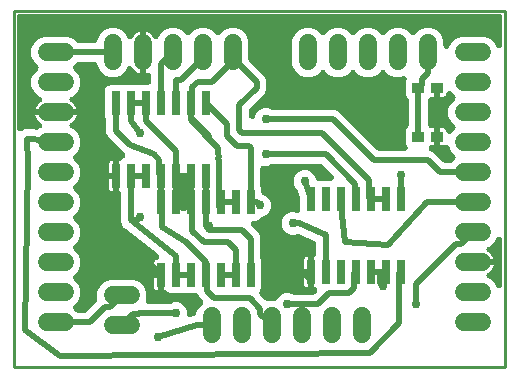
<source format=gbr>
G04 EAGLE Gerber X2 export*
%TF.Part,Single*%
%TF.FileFunction,Copper,L2,Bot,Mixed*%
%TF.FilePolarity,Positive*%
%TF.GenerationSoftware,Autodesk,EAGLE,8.7.0*%
%TF.CreationDate,2021-03-05T05:17:05Z*%
G75*
%MOMM*%
%FSLAX34Y34*%
%LPD*%
%AMOC8*
5,1,8,0,0,1.08239X$1,22.5*%
G01*
%ADD10C,1.524000*%
%ADD11R,0.660400X2.032000*%
%ADD12R,1.000000X0.900000*%
%ADD13C,0.756400*%
%ADD14C,0.508000*%
%ADD15C,0.254000*%

G36*
X149102Y42379D02*
X149102Y42379D01*
X149139Y42377D01*
X149326Y42399D01*
X149513Y42415D01*
X149557Y42426D01*
X149586Y42429D01*
X149646Y42447D01*
X149817Y42488D01*
X152069Y43181D01*
X152126Y43205D01*
X152294Y43262D01*
X152864Y43498D01*
X153052Y43597D01*
X153241Y43693D01*
X153251Y43701D01*
X153263Y43707D01*
X153431Y43838D01*
X153599Y43965D01*
X153608Y43975D01*
X153619Y43983D01*
X153761Y44141D01*
X153905Y44296D01*
X153912Y44307D01*
X153921Y44317D01*
X154032Y44496D01*
X154146Y44676D01*
X154151Y44688D01*
X154158Y44699D01*
X154236Y44895D01*
X154317Y45092D01*
X154320Y45105D01*
X154325Y45118D01*
X154367Y45324D01*
X154412Y45533D01*
X154413Y45548D01*
X154415Y45559D01*
X154416Y45598D01*
X154429Y45801D01*
X156442Y50662D01*
X159741Y53961D01*
X159764Y53988D01*
X159789Y54011D01*
X159908Y54160D01*
X160030Y54307D01*
X160047Y54337D01*
X160069Y54364D01*
X160159Y54532D01*
X160254Y54697D01*
X160265Y54730D01*
X160281Y54761D01*
X160340Y54942D01*
X160404Y55122D01*
X160410Y55156D01*
X160421Y55189D01*
X160447Y55378D01*
X160478Y55566D01*
X160477Y55600D01*
X160482Y55635D01*
X160474Y55826D01*
X160472Y56016D01*
X160465Y56050D01*
X160464Y56085D01*
X160422Y56271D01*
X160386Y56458D01*
X160374Y56491D01*
X160366Y56524D01*
X160292Y56701D01*
X160224Y56878D01*
X160206Y56908D01*
X160193Y56940D01*
X160089Y57100D01*
X159990Y57263D01*
X159967Y57289D01*
X159948Y57318D01*
X159741Y57552D01*
X156939Y60355D01*
X156601Y61170D01*
X156503Y61357D01*
X156407Y61547D01*
X156399Y61557D01*
X156393Y61569D01*
X156263Y61737D01*
X156135Y61905D01*
X156125Y61914D01*
X156117Y61925D01*
X155960Y62067D01*
X155804Y62211D01*
X155793Y62218D01*
X155783Y62226D01*
X155603Y62338D01*
X155424Y62452D01*
X155412Y62457D01*
X155400Y62464D01*
X155204Y62542D01*
X155007Y62623D01*
X154994Y62626D01*
X154982Y62631D01*
X154775Y62673D01*
X154567Y62718D01*
X154551Y62719D01*
X154541Y62721D01*
X154502Y62722D01*
X154255Y62737D01*
X145446Y62737D01*
X144482Y63137D01*
X144325Y63186D01*
X144170Y63243D01*
X144110Y63253D01*
X144052Y63272D01*
X143889Y63292D01*
X143727Y63321D01*
X143666Y63321D01*
X143605Y63328D01*
X143441Y63320D01*
X143277Y63319D01*
X143217Y63308D01*
X143156Y63305D01*
X142996Y63268D01*
X142834Y63238D01*
X142761Y63213D01*
X142717Y63203D01*
X142661Y63179D01*
X142538Y63137D01*
X141574Y62737D01*
X132746Y62737D01*
X130692Y63588D01*
X129239Y65042D01*
X129112Y65147D01*
X128992Y65259D01*
X128940Y65291D01*
X128893Y65330D01*
X128751Y65412D01*
X128612Y65500D01*
X128555Y65524D01*
X128502Y65554D01*
X128348Y65609D01*
X128195Y65671D01*
X128136Y65684D01*
X128078Y65705D01*
X127916Y65731D01*
X127755Y65766D01*
X127678Y65771D01*
X127634Y65778D01*
X127573Y65777D01*
X127443Y65785D01*
X126999Y65785D01*
X126999Y78486D01*
X126996Y78520D01*
X126998Y78555D01*
X126976Y78744D01*
X126959Y78934D01*
X126950Y78968D01*
X126946Y79002D01*
X126891Y79185D01*
X126841Y79369D01*
X126826Y79400D01*
X126816Y79433D01*
X126729Y79604D01*
X126648Y79775D01*
X126627Y79803D01*
X126612Y79834D01*
X126496Y79986D01*
X126385Y80141D01*
X126385Y80142D01*
X126361Y80166D01*
X126340Y80193D01*
X126339Y80193D01*
X126199Y80323D01*
X126062Y80456D01*
X126034Y80475D01*
X126008Y80499D01*
X125847Y80601D01*
X125689Y80708D01*
X125658Y80722D01*
X125628Y80740D01*
X125452Y80813D01*
X125277Y80890D01*
X125244Y80898D01*
X125212Y80911D01*
X125025Y80952D01*
X124840Y80997D01*
X124806Y80999D01*
X124772Y81006D01*
X124460Y81025D01*
X118617Y81025D01*
X118617Y88981D01*
X118790Y89627D01*
X119125Y90206D01*
X119598Y90679D01*
X120177Y91014D01*
X121080Y91255D01*
X121233Y91312D01*
X121390Y91360D01*
X121445Y91389D01*
X121503Y91410D01*
X121644Y91492D01*
X121789Y91568D01*
X121838Y91606D01*
X121892Y91637D01*
X122016Y91743D01*
X122146Y91843D01*
X122187Y91889D01*
X122234Y91929D01*
X122338Y92055D01*
X122448Y92176D01*
X122481Y92229D01*
X122520Y92277D01*
X122600Y92420D01*
X122687Y92558D01*
X122710Y92616D01*
X122740Y92670D01*
X122793Y92824D01*
X122854Y92976D01*
X122867Y93037D01*
X122887Y93096D01*
X122912Y93257D01*
X122945Y93417D01*
X122947Y93479D01*
X122956Y93540D01*
X122953Y93704D01*
X122957Y93867D01*
X122948Y93928D01*
X122946Y93991D01*
X122914Y94151D01*
X122889Y94312D01*
X122869Y94371D01*
X122857Y94432D01*
X122796Y94584D01*
X122744Y94738D01*
X122713Y94793D01*
X122691Y94850D01*
X122604Y94989D01*
X122525Y95132D01*
X122486Y95180D01*
X122453Y95233D01*
X122344Y95354D01*
X122241Y95481D01*
X122182Y95534D01*
X122152Y95568D01*
X122104Y95605D01*
X122009Y95691D01*
X95165Y117166D01*
X94997Y117278D01*
X94831Y117393D01*
X94805Y117405D01*
X94789Y117415D01*
X94740Y117437D01*
X94550Y117530D01*
X94455Y117569D01*
X93730Y118294D01*
X93696Y118322D01*
X93521Y118482D01*
X92719Y119123D01*
X92670Y119212D01*
X92557Y119380D01*
X92448Y119549D01*
X92429Y119570D01*
X92419Y119586D01*
X92381Y119625D01*
X92241Y119783D01*
X92169Y119856D01*
X91776Y120803D01*
X91756Y120843D01*
X91654Y121057D01*
X91160Y121955D01*
X91148Y122057D01*
X91108Y122254D01*
X91072Y122453D01*
X91063Y122480D01*
X91059Y122498D01*
X91039Y122548D01*
X90970Y122749D01*
X90931Y122843D01*
X90931Y123869D01*
X90927Y123913D01*
X90916Y124150D01*
X90802Y125169D01*
X90831Y125268D01*
X90870Y125465D01*
X90912Y125663D01*
X90914Y125691D01*
X90917Y125710D01*
X90918Y125764D01*
X90931Y125974D01*
X90931Y147066D01*
X90928Y147101D01*
X90930Y147135D01*
X90908Y147324D01*
X90891Y147515D01*
X90882Y147548D01*
X90878Y147582D01*
X90823Y147765D01*
X90773Y147949D01*
X90758Y147980D01*
X90748Y148013D01*
X90661Y148184D01*
X90579Y148356D01*
X90559Y148384D01*
X90544Y148415D01*
X90428Y148567D01*
X90317Y148722D01*
X90292Y148746D01*
X90272Y148773D01*
X90132Y148902D01*
X89995Y149036D01*
X89966Y149055D01*
X89940Y149079D01*
X89779Y149181D01*
X89622Y149288D01*
X89590Y149302D01*
X89561Y149320D01*
X89384Y149393D01*
X89210Y149470D01*
X89176Y149478D01*
X89144Y149491D01*
X88957Y149531D01*
X88899Y149546D01*
X88899Y162306D01*
X88899Y175007D01*
X89343Y175007D01*
X89507Y175021D01*
X89671Y175028D01*
X89731Y175041D01*
X89792Y175047D01*
X89951Y175090D01*
X90111Y175126D01*
X90167Y175149D01*
X90226Y175165D01*
X90374Y175236D01*
X90526Y175299D01*
X90578Y175332D01*
X90633Y175359D01*
X90766Y175454D01*
X90905Y175544D01*
X90962Y175595D01*
X90999Y175621D01*
X91041Y175664D01*
X91139Y175750D01*
X92592Y177204D01*
X92952Y177353D01*
X93025Y177391D01*
X93102Y177421D01*
X93224Y177495D01*
X93351Y177561D01*
X93416Y177612D01*
X93487Y177655D01*
X93594Y177749D01*
X93707Y177837D01*
X93762Y177898D01*
X93824Y177953D01*
X93913Y178065D01*
X94009Y178171D01*
X94052Y178241D01*
X94103Y178306D01*
X94171Y178432D01*
X94247Y178554D01*
X94277Y178630D01*
X94316Y178703D01*
X94360Y178839D01*
X94413Y178972D01*
X94430Y179053D01*
X94455Y179131D01*
X94475Y179273D01*
X94503Y179413D01*
X94505Y179495D01*
X94517Y179577D01*
X94511Y179720D01*
X94514Y179863D01*
X94502Y179945D01*
X94498Y180027D01*
X94467Y180166D01*
X94445Y180308D01*
X94419Y180386D01*
X94401Y180467D01*
X94345Y180599D01*
X94299Y180734D01*
X94259Y180806D01*
X94227Y180882D01*
X94149Y181002D01*
X94080Y181127D01*
X94027Y181191D01*
X93983Y181260D01*
X93820Y181445D01*
X93794Y181476D01*
X93786Y181483D01*
X93776Y181494D01*
X92905Y182365D01*
X92884Y182383D01*
X92856Y182413D01*
X91701Y183508D01*
X91660Y183558D01*
X91615Y183628D01*
X91453Y183811D01*
X91427Y183843D01*
X91419Y183850D01*
X91408Y183863D01*
X79469Y195801D01*
X78231Y198789D01*
X78231Y210158D01*
X78221Y210274D01*
X78221Y210391D01*
X78201Y210498D01*
X78191Y210606D01*
X78161Y210719D01*
X78140Y210834D01*
X78089Y210980D01*
X78073Y211040D01*
X78057Y211073D01*
X78038Y211129D01*
X77469Y212502D01*
X77469Y235046D01*
X78320Y237100D01*
X79892Y238672D01*
X81946Y239523D01*
X90774Y239523D01*
X91738Y239123D01*
X91895Y239074D01*
X92050Y239017D01*
X92110Y239007D01*
X92168Y238988D01*
X92331Y238968D01*
X92493Y238939D01*
X92554Y238939D01*
X92615Y238932D01*
X92779Y238940D01*
X92943Y238941D01*
X93003Y238952D01*
X93064Y238955D01*
X93224Y238992D01*
X93386Y239022D01*
X93459Y239047D01*
X93503Y239057D01*
X93559Y239081D01*
X93682Y239123D01*
X94646Y239523D01*
X103474Y239523D01*
X104438Y239123D01*
X104595Y239074D01*
X104750Y239017D01*
X104810Y239007D01*
X104868Y238988D01*
X105031Y238968D01*
X105193Y238939D01*
X105254Y238939D01*
X105315Y238932D01*
X105479Y238940D01*
X105643Y238941D01*
X105703Y238952D01*
X105764Y238955D01*
X105924Y238992D01*
X106086Y239022D01*
X106159Y239047D01*
X106203Y239057D01*
X106259Y239081D01*
X106382Y239123D01*
X107346Y239523D01*
X113792Y239523D01*
X113827Y239526D01*
X113861Y239524D01*
X114050Y239546D01*
X114241Y239563D01*
X114274Y239572D01*
X114308Y239576D01*
X114491Y239631D01*
X114675Y239681D01*
X114706Y239696D01*
X114739Y239706D01*
X114910Y239793D01*
X115082Y239875D01*
X115110Y239895D01*
X115141Y239910D01*
X115293Y240026D01*
X115448Y240137D01*
X115472Y240162D01*
X115499Y240182D01*
X115628Y240322D01*
X115762Y240459D01*
X115781Y240488D01*
X115805Y240514D01*
X115907Y240675D01*
X116014Y240832D01*
X116028Y240864D01*
X116046Y240893D01*
X116119Y241070D01*
X116196Y241244D01*
X116204Y241278D01*
X116217Y241310D01*
X116257Y241497D01*
X116303Y241682D01*
X116305Y241716D01*
X116312Y241750D01*
X116331Y242062D01*
X116331Y247212D01*
X116313Y247420D01*
X116297Y247626D01*
X116293Y247643D01*
X116291Y247660D01*
X116236Y247862D01*
X116185Y248062D01*
X116177Y248078D01*
X116173Y248095D01*
X116084Y248282D01*
X115997Y248471D01*
X115987Y248486D01*
X115979Y248501D01*
X115859Y248669D01*
X115740Y248841D01*
X115728Y248853D01*
X115717Y248868D01*
X115568Y249013D01*
X115422Y249159D01*
X115407Y249169D01*
X115395Y249182D01*
X115222Y249298D01*
X115052Y249417D01*
X115036Y249424D01*
X115022Y249434D01*
X114831Y249518D01*
X114643Y249604D01*
X114626Y249609D01*
X114610Y249616D01*
X114408Y249665D01*
X114207Y249717D01*
X114189Y249718D01*
X114172Y249723D01*
X113965Y249735D01*
X113758Y249751D01*
X113740Y249749D01*
X113723Y249750D01*
X113516Y249726D01*
X113310Y249705D01*
X113290Y249700D01*
X113276Y249698D01*
X113231Y249685D01*
X113007Y249627D01*
X111759Y249221D01*
X111759Y266700D01*
X111759Y284179D01*
X113120Y283736D01*
X114545Y283010D01*
X115839Y282070D01*
X116970Y280939D01*
X117910Y279645D01*
X117957Y279553D01*
X117973Y279527D01*
X117985Y279500D01*
X118092Y279338D01*
X118196Y279172D01*
X118217Y279149D01*
X118234Y279124D01*
X118368Y278983D01*
X118499Y278839D01*
X118523Y278820D01*
X118544Y278798D01*
X118702Y278683D01*
X118856Y278564D01*
X118883Y278550D01*
X118908Y278532D01*
X119082Y278447D01*
X119256Y278357D01*
X119285Y278348D01*
X119312Y278334D01*
X119499Y278281D01*
X119686Y278224D01*
X119716Y278220D01*
X119745Y278211D01*
X119940Y278192D01*
X120133Y278168D01*
X120163Y278170D01*
X120193Y278167D01*
X120388Y278182D01*
X120582Y278193D01*
X120612Y278200D01*
X120642Y278202D01*
X120831Y278252D01*
X121021Y278296D01*
X121048Y278308D01*
X121078Y278316D01*
X121254Y278398D01*
X121434Y278476D01*
X121459Y278493D01*
X121486Y278505D01*
X121646Y278617D01*
X121808Y278725D01*
X121830Y278746D01*
X121855Y278764D01*
X121992Y278902D01*
X122133Y279037D01*
X122151Y279062D01*
X122173Y279083D01*
X122283Y279243D01*
X122398Y279401D01*
X122411Y279428D01*
X122429Y279453D01*
X122566Y279734D01*
X123422Y281802D01*
X127138Y285518D01*
X131993Y287529D01*
X137247Y287529D01*
X142102Y285518D01*
X145524Y282095D01*
X145551Y282073D01*
X145574Y282047D01*
X145723Y281929D01*
X145870Y281807D01*
X145900Y281789D01*
X145927Y281768D01*
X146095Y281678D01*
X146261Y281583D01*
X146293Y281572D01*
X146324Y281555D01*
X146505Y281496D01*
X146685Y281432D01*
X146719Y281427D01*
X146752Y281416D01*
X146941Y281390D01*
X147129Y281359D01*
X147164Y281359D01*
X147198Y281355D01*
X147389Y281362D01*
X147579Y281365D01*
X147614Y281372D01*
X147648Y281373D01*
X147834Y281414D01*
X148022Y281451D01*
X148054Y281463D01*
X148088Y281471D01*
X148264Y281544D01*
X148442Y281613D01*
X148471Y281631D01*
X148503Y281644D01*
X148664Y281748D01*
X148826Y281847D01*
X148852Y281870D01*
X148881Y281889D01*
X149116Y282095D01*
X152538Y285518D01*
X157393Y287529D01*
X162647Y287529D01*
X167502Y285518D01*
X170924Y282095D01*
X170951Y282073D01*
X170974Y282047D01*
X171123Y281929D01*
X171270Y281807D01*
X171300Y281789D01*
X171327Y281768D01*
X171495Y281678D01*
X171661Y281583D01*
X171693Y281572D01*
X171724Y281555D01*
X171905Y281496D01*
X172085Y281432D01*
X172119Y281427D01*
X172152Y281416D01*
X172341Y281390D01*
X172529Y281359D01*
X172564Y281359D01*
X172598Y281355D01*
X172789Y281362D01*
X172979Y281365D01*
X173014Y281372D01*
X173048Y281373D01*
X173234Y281414D01*
X173422Y281451D01*
X173454Y281463D01*
X173488Y281471D01*
X173664Y281544D01*
X173842Y281613D01*
X173871Y281631D01*
X173903Y281644D01*
X174064Y281748D01*
X174226Y281847D01*
X174252Y281870D01*
X174281Y281889D01*
X174516Y282095D01*
X177938Y285518D01*
X182793Y287529D01*
X188047Y287529D01*
X192902Y285518D01*
X196618Y281802D01*
X198629Y276947D01*
X198629Y260959D01*
X198643Y260795D01*
X198650Y260631D01*
X198663Y260571D01*
X198669Y260510D01*
X198712Y260351D01*
X198748Y260191D01*
X198771Y260135D01*
X198787Y260076D01*
X198858Y259928D01*
X198921Y259776D01*
X198954Y259724D01*
X198981Y259669D01*
X199076Y259536D01*
X199166Y259397D01*
X199217Y259340D01*
X199243Y259303D01*
X199286Y259261D01*
X199372Y259163D01*
X212631Y245905D01*
X213869Y242917D01*
X213869Y235190D01*
X212631Y232203D01*
X199880Y219452D01*
X199775Y219326D01*
X199663Y219205D01*
X199631Y219153D01*
X199592Y219107D01*
X199510Y218964D01*
X199422Y218825D01*
X199398Y218769D01*
X199368Y218716D01*
X199313Y218561D01*
X199251Y218409D01*
X199238Y218349D01*
X199217Y218291D01*
X199191Y218129D01*
X199156Y217968D01*
X199151Y217891D01*
X199144Y217847D01*
X199145Y217786D01*
X199137Y217656D01*
X199137Y213077D01*
X199152Y212900D01*
X199162Y212722D01*
X199172Y212676D01*
X199177Y212628D01*
X199223Y212457D01*
X199264Y212284D01*
X199283Y212240D01*
X199295Y212194D01*
X199371Y212034D01*
X199442Y211870D01*
X199468Y211830D01*
X199489Y211787D01*
X199592Y211643D01*
X199690Y211495D01*
X199723Y211460D01*
X199751Y211421D01*
X199878Y211297D01*
X200001Y211169D01*
X200039Y211141D01*
X200073Y211107D01*
X200221Y211008D01*
X200364Y210903D01*
X200407Y210882D01*
X200446Y210855D01*
X200609Y210783D01*
X200768Y210705D01*
X200814Y210692D01*
X200858Y210673D01*
X201031Y210631D01*
X201202Y210582D01*
X201249Y210577D01*
X201296Y210566D01*
X201473Y210555D01*
X201650Y210538D01*
X201697Y210541D01*
X201745Y210538D01*
X201922Y210559D01*
X202099Y210573D01*
X202145Y210585D01*
X202192Y210591D01*
X202363Y210642D01*
X202534Y210687D01*
X202577Y210707D01*
X202623Y210721D01*
X202782Y210802D01*
X202943Y210876D01*
X202982Y210904D01*
X203025Y210925D01*
X203166Y211032D01*
X203312Y211134D01*
X203345Y211168D01*
X203383Y211197D01*
X203504Y211328D01*
X203629Y211454D01*
X203656Y211493D01*
X203688Y211528D01*
X203784Y211678D01*
X203885Y211824D01*
X203911Y211877D01*
X203930Y211908D01*
X203954Y211967D01*
X204022Y212105D01*
X205416Y215470D01*
X208052Y218106D01*
X211496Y219533D01*
X215224Y219533D01*
X217756Y218484D01*
X217867Y218449D01*
X217975Y218405D01*
X218082Y218382D01*
X218185Y218350D01*
X218301Y218335D01*
X218416Y218310D01*
X218569Y218301D01*
X218632Y218293D01*
X218668Y218295D01*
X218727Y218291D01*
X271515Y218291D01*
X274502Y217053D01*
X307423Y184132D01*
X307550Y184027D01*
X307670Y183915D01*
X307722Y183883D01*
X307769Y183844D01*
X307912Y183762D01*
X308050Y183674D01*
X308107Y183650D01*
X308160Y183620D01*
X308314Y183565D01*
X308467Y183503D01*
X308526Y183490D01*
X308584Y183469D01*
X308746Y183443D01*
X308907Y183408D01*
X308984Y183403D01*
X309028Y183396D01*
X309089Y183397D01*
X309219Y183389D01*
X330997Y183389D01*
X331127Y183400D01*
X331257Y183402D01*
X331351Y183420D01*
X331446Y183429D01*
X331571Y183463D01*
X331699Y183488D01*
X331788Y183522D01*
X331880Y183547D01*
X331998Y183603D01*
X332119Y183650D01*
X332201Y183700D01*
X332287Y183741D01*
X332392Y183816D01*
X332504Y183884D01*
X332575Y183947D01*
X332653Y184003D01*
X332744Y184096D01*
X332841Y184182D01*
X332900Y184257D01*
X332967Y184325D01*
X333040Y184433D01*
X333120Y184535D01*
X333166Y184619D01*
X333219Y184698D01*
X333272Y184817D01*
X333333Y184932D01*
X333363Y185023D01*
X333401Y185110D01*
X333432Y185237D01*
X333472Y185360D01*
X333485Y185455D01*
X333508Y185548D01*
X333516Y185677D01*
X333534Y185806D01*
X333530Y185902D01*
X333536Y185997D01*
X333521Y186126D01*
X333515Y186256D01*
X333495Y186349D01*
X333484Y186444D01*
X333446Y186569D01*
X333418Y186696D01*
X333381Y186784D01*
X333353Y186875D01*
X333294Y186991D01*
X333244Y187111D01*
X333192Y187192D01*
X333149Y187277D01*
X333070Y187380D01*
X333000Y187489D01*
X332914Y187587D01*
X332877Y187635D01*
X332844Y187666D01*
X332793Y187724D01*
X332782Y187734D01*
X331931Y189788D01*
X331931Y201012D01*
X332782Y203066D01*
X333648Y203931D01*
X333753Y204057D01*
X333865Y204178D01*
X333897Y204230D01*
X333936Y204277D01*
X334018Y204419D01*
X334106Y204558D01*
X334130Y204615D01*
X334160Y204667D01*
X334215Y204822D01*
X334277Y204975D01*
X334290Y205034D01*
X334311Y205092D01*
X334337Y205254D01*
X334372Y205415D01*
X334377Y205492D01*
X334384Y205536D01*
X334383Y205597D01*
X334391Y205727D01*
X334391Y226073D01*
X334377Y226237D01*
X334370Y226401D01*
X334357Y226461D01*
X334351Y226522D01*
X334308Y226680D01*
X334272Y226841D01*
X334249Y226897D01*
X334233Y226956D01*
X334162Y227105D01*
X334099Y227256D01*
X334066Y227308D01*
X334039Y227363D01*
X333944Y227497D01*
X333854Y227635D01*
X333803Y227692D01*
X333777Y227729D01*
X333734Y227772D01*
X333648Y227869D01*
X332782Y228734D01*
X331931Y230788D01*
X331931Y242012D01*
X332382Y243099D01*
X332421Y243223D01*
X332469Y243344D01*
X332488Y243437D01*
X332516Y243529D01*
X332533Y243658D01*
X332559Y243785D01*
X332561Y243880D01*
X332573Y243975D01*
X332566Y244105D01*
X332570Y244235D01*
X332555Y244329D01*
X332550Y244425D01*
X332521Y244552D01*
X332501Y244680D01*
X332470Y244770D01*
X332448Y244863D01*
X332397Y244983D01*
X332354Y245106D01*
X332308Y245189D01*
X332270Y245277D01*
X332198Y245386D01*
X332135Y245499D01*
X332074Y245573D01*
X332022Y245653D01*
X331932Y245747D01*
X331850Y245847D01*
X331777Y245910D01*
X331711Y245979D01*
X331606Y246055D01*
X331507Y246140D01*
X331425Y246188D01*
X331348Y246245D01*
X331231Y246302D01*
X331119Y246367D01*
X331029Y246400D01*
X330943Y246442D01*
X330818Y246478D01*
X330696Y246523D01*
X330602Y246539D01*
X330510Y246565D01*
X330381Y246578D01*
X330253Y246601D01*
X330157Y246600D01*
X330062Y246610D01*
X329932Y246600D01*
X329802Y246599D01*
X329708Y246582D01*
X329613Y246575D01*
X329487Y246542D01*
X329359Y246518D01*
X329237Y246476D01*
X329178Y246461D01*
X329137Y246442D01*
X329064Y246417D01*
X327747Y245871D01*
X322493Y245871D01*
X317638Y247882D01*
X314216Y251305D01*
X314189Y251327D01*
X314166Y251353D01*
X314017Y251471D01*
X313870Y251593D01*
X313840Y251611D01*
X313813Y251632D01*
X313645Y251722D01*
X313479Y251817D01*
X313447Y251828D01*
X313416Y251845D01*
X313235Y251904D01*
X313055Y251968D01*
X313021Y251973D01*
X312988Y251984D01*
X312799Y252010D01*
X312611Y252041D01*
X312576Y252041D01*
X312542Y252045D01*
X312351Y252038D01*
X312160Y252035D01*
X312126Y252028D01*
X312092Y252027D01*
X311906Y251986D01*
X311718Y251949D01*
X311686Y251937D01*
X311652Y251929D01*
X311477Y251856D01*
X311298Y251787D01*
X311269Y251769D01*
X311237Y251756D01*
X311077Y251653D01*
X310914Y251553D01*
X310888Y251530D01*
X310859Y251511D01*
X310624Y251305D01*
X307202Y247882D01*
X302347Y245871D01*
X297093Y245871D01*
X292238Y247882D01*
X288816Y251305D01*
X288789Y251327D01*
X288766Y251353D01*
X288617Y251471D01*
X288470Y251593D01*
X288440Y251611D01*
X288413Y251632D01*
X288245Y251722D01*
X288079Y251817D01*
X288047Y251828D01*
X288016Y251845D01*
X287835Y251904D01*
X287655Y251968D01*
X287621Y251973D01*
X287588Y251984D01*
X287399Y252010D01*
X287211Y252041D01*
X287176Y252041D01*
X287142Y252045D01*
X286951Y252038D01*
X286760Y252035D01*
X286726Y252028D01*
X286692Y252027D01*
X286506Y251986D01*
X286318Y251949D01*
X286286Y251937D01*
X286252Y251929D01*
X286077Y251856D01*
X285898Y251787D01*
X285869Y251769D01*
X285837Y251756D01*
X285677Y251653D01*
X285514Y251553D01*
X285488Y251530D01*
X285459Y251511D01*
X285224Y251305D01*
X281802Y247882D01*
X276947Y245871D01*
X271693Y245871D01*
X266838Y247882D01*
X263416Y251305D01*
X263389Y251327D01*
X263366Y251353D01*
X263217Y251471D01*
X263070Y251593D01*
X263040Y251611D01*
X263013Y251632D01*
X262845Y251722D01*
X262679Y251817D01*
X262647Y251828D01*
X262616Y251845D01*
X262435Y251904D01*
X262255Y251968D01*
X262221Y251973D01*
X262188Y251984D01*
X261999Y252010D01*
X261811Y252041D01*
X261776Y252041D01*
X261742Y252045D01*
X261551Y252038D01*
X261360Y252035D01*
X261326Y252028D01*
X261292Y252027D01*
X261106Y251986D01*
X260918Y251949D01*
X260886Y251937D01*
X260852Y251929D01*
X260677Y251856D01*
X260498Y251787D01*
X260469Y251769D01*
X260437Y251756D01*
X260277Y251653D01*
X260114Y251553D01*
X260088Y251530D01*
X260059Y251511D01*
X259824Y251305D01*
X256402Y247882D01*
X251547Y245871D01*
X246293Y245871D01*
X241438Y247882D01*
X237722Y251598D01*
X235711Y256453D01*
X235711Y276947D01*
X237722Y281802D01*
X241438Y285518D01*
X246293Y287529D01*
X251547Y287529D01*
X256402Y285518D01*
X259824Y282095D01*
X259851Y282073D01*
X259874Y282047D01*
X260023Y281929D01*
X260170Y281807D01*
X260200Y281789D01*
X260227Y281768D01*
X260395Y281678D01*
X260561Y281583D01*
X260593Y281572D01*
X260624Y281555D01*
X260805Y281496D01*
X260985Y281432D01*
X261019Y281427D01*
X261052Y281416D01*
X261241Y281390D01*
X261429Y281359D01*
X261464Y281359D01*
X261498Y281355D01*
X261689Y281362D01*
X261879Y281365D01*
X261914Y281372D01*
X261948Y281373D01*
X262134Y281414D01*
X262322Y281451D01*
X262354Y281463D01*
X262388Y281471D01*
X262564Y281544D01*
X262742Y281613D01*
X262771Y281631D01*
X262803Y281644D01*
X262964Y281748D01*
X263126Y281847D01*
X263152Y281870D01*
X263181Y281889D01*
X263416Y282095D01*
X266838Y285518D01*
X271693Y287529D01*
X276947Y287529D01*
X281802Y285518D01*
X285224Y282095D01*
X285251Y282073D01*
X285274Y282047D01*
X285423Y281929D01*
X285570Y281807D01*
X285600Y281789D01*
X285627Y281768D01*
X285795Y281678D01*
X285961Y281583D01*
X285993Y281572D01*
X286024Y281555D01*
X286205Y281496D01*
X286385Y281432D01*
X286419Y281427D01*
X286452Y281416D01*
X286641Y281390D01*
X286829Y281359D01*
X286864Y281359D01*
X286898Y281355D01*
X287089Y281362D01*
X287279Y281365D01*
X287314Y281372D01*
X287348Y281373D01*
X287534Y281414D01*
X287722Y281451D01*
X287754Y281463D01*
X287788Y281471D01*
X287964Y281544D01*
X288142Y281613D01*
X288171Y281631D01*
X288203Y281644D01*
X288364Y281748D01*
X288526Y281847D01*
X288552Y281870D01*
X288581Y281889D01*
X288816Y282095D01*
X292238Y285518D01*
X297093Y287529D01*
X302347Y287529D01*
X307202Y285518D01*
X310624Y282095D01*
X310651Y282073D01*
X310674Y282047D01*
X310823Y281929D01*
X310970Y281807D01*
X311000Y281789D01*
X311027Y281768D01*
X311195Y281678D01*
X311361Y281583D01*
X311393Y281572D01*
X311424Y281555D01*
X311605Y281496D01*
X311785Y281432D01*
X311819Y281427D01*
X311852Y281416D01*
X312041Y281390D01*
X312229Y281359D01*
X312264Y281359D01*
X312298Y281355D01*
X312489Y281362D01*
X312679Y281365D01*
X312714Y281372D01*
X312748Y281373D01*
X312934Y281414D01*
X313122Y281451D01*
X313154Y281463D01*
X313188Y281471D01*
X313364Y281544D01*
X313542Y281613D01*
X313571Y281631D01*
X313603Y281644D01*
X313764Y281748D01*
X313926Y281847D01*
X313952Y281870D01*
X313981Y281889D01*
X314216Y282095D01*
X317638Y285518D01*
X322493Y287529D01*
X327747Y287529D01*
X332602Y285518D01*
X336024Y282095D01*
X336051Y282073D01*
X336074Y282047D01*
X336223Y281929D01*
X336370Y281807D01*
X336400Y281789D01*
X336427Y281768D01*
X336595Y281678D01*
X336761Y281583D01*
X336793Y281572D01*
X336824Y281555D01*
X337005Y281496D01*
X337185Y281432D01*
X337219Y281427D01*
X337252Y281416D01*
X337441Y281390D01*
X337629Y281359D01*
X337664Y281359D01*
X337698Y281355D01*
X337889Y281362D01*
X338079Y281365D01*
X338114Y281372D01*
X338148Y281373D01*
X338334Y281414D01*
X338522Y281451D01*
X338554Y281463D01*
X338588Y281471D01*
X338764Y281544D01*
X338942Y281613D01*
X338971Y281631D01*
X339003Y281644D01*
X339164Y281748D01*
X339326Y281847D01*
X339352Y281870D01*
X339381Y281889D01*
X339616Y282095D01*
X343038Y285518D01*
X347893Y287529D01*
X353147Y287529D01*
X358002Y285518D01*
X361718Y281802D01*
X363729Y276947D01*
X363729Y272285D01*
X363744Y272108D01*
X363754Y271931D01*
X363764Y271884D01*
X363769Y271837D01*
X363815Y271665D01*
X363856Y271492D01*
X363875Y271448D01*
X363887Y271402D01*
X363963Y271242D01*
X364034Y271079D01*
X364060Y271039D01*
X364081Y270996D01*
X364184Y270851D01*
X364282Y270703D01*
X364315Y270668D01*
X364343Y270630D01*
X364470Y270506D01*
X364593Y270377D01*
X364631Y270349D01*
X364665Y270316D01*
X364813Y270216D01*
X364956Y270111D01*
X364999Y270090D01*
X365038Y270063D01*
X365201Y269992D01*
X365360Y269914D01*
X365406Y269901D01*
X365450Y269881D01*
X365623Y269839D01*
X365794Y269791D01*
X365841Y269786D01*
X365888Y269775D01*
X366065Y269764D01*
X366242Y269746D01*
X366289Y269750D01*
X366337Y269747D01*
X366514Y269767D01*
X366691Y269781D01*
X366737Y269793D01*
X366784Y269799D01*
X366955Y269850D01*
X367126Y269895D01*
X367169Y269915D01*
X367215Y269929D01*
X367374Y270010D01*
X367535Y270084D01*
X367574Y270112D01*
X367617Y270134D01*
X367758Y270241D01*
X367904Y270343D01*
X367937Y270377D01*
X367975Y270406D01*
X368096Y270536D01*
X368221Y270662D01*
X368248Y270702D01*
X368280Y270737D01*
X368376Y270886D01*
X368477Y271033D01*
X368503Y271086D01*
X368522Y271116D01*
X368546Y271175D01*
X368614Y271313D01*
X369802Y274182D01*
X373518Y277898D01*
X378373Y279909D01*
X398867Y279909D01*
X403722Y277898D01*
X407438Y274182D01*
X408374Y271922D01*
X408457Y271764D01*
X408533Y271604D01*
X408560Y271565D01*
X408583Y271523D01*
X408691Y271382D01*
X408795Y271238D01*
X408829Y271205D01*
X408858Y271167D01*
X408990Y271048D01*
X409117Y270924D01*
X409157Y270897D01*
X409193Y270865D01*
X409343Y270771D01*
X409490Y270672D01*
X409534Y270652D01*
X409575Y270627D01*
X409740Y270562D01*
X409902Y270490D01*
X409949Y270478D01*
X409993Y270461D01*
X410167Y270425D01*
X410340Y270383D01*
X410387Y270380D01*
X410434Y270370D01*
X410612Y270366D01*
X410789Y270355D01*
X410837Y270361D01*
X410884Y270360D01*
X411060Y270387D01*
X411236Y270407D01*
X411282Y270421D01*
X411329Y270428D01*
X411497Y270486D01*
X411667Y270538D01*
X411710Y270559D01*
X411755Y270575D01*
X411910Y270661D01*
X412069Y270742D01*
X412107Y270771D01*
X412148Y270794D01*
X412286Y270907D01*
X412427Y271014D01*
X412460Y271049D01*
X412497Y271079D01*
X412612Y271215D01*
X412733Y271345D01*
X412758Y271385D01*
X412789Y271422D01*
X412879Y271575D01*
X412974Y271725D01*
X412993Y271769D01*
X413017Y271810D01*
X413078Y271977D01*
X413145Y272141D01*
X413155Y272188D01*
X413172Y272233D01*
X413203Y272408D01*
X413240Y272582D01*
X413244Y272641D01*
X413250Y272677D01*
X413250Y272740D01*
X413259Y272894D01*
X413259Y297080D01*
X413256Y297115D01*
X413258Y297149D01*
X413236Y297338D01*
X413219Y297529D01*
X413210Y297562D01*
X413206Y297596D01*
X413151Y297779D01*
X413101Y297963D01*
X413086Y297994D01*
X413076Y298027D01*
X412989Y298198D01*
X412907Y298370D01*
X412887Y298398D01*
X412872Y298429D01*
X412756Y298581D01*
X412645Y298736D01*
X412620Y298760D01*
X412600Y298787D01*
X412460Y298916D01*
X412323Y299050D01*
X412294Y299069D01*
X412268Y299093D01*
X412107Y299195D01*
X411950Y299302D01*
X411918Y299316D01*
X411889Y299334D01*
X411712Y299407D01*
X411538Y299484D01*
X411504Y299492D01*
X411472Y299505D01*
X411285Y299545D01*
X411100Y299591D01*
X411066Y299593D01*
X411032Y299600D01*
X410720Y299619D01*
X5080Y299619D01*
X5045Y299616D01*
X5011Y299618D01*
X4822Y299596D01*
X4631Y299579D01*
X4598Y299570D01*
X4564Y299566D01*
X4381Y299511D01*
X4197Y299461D01*
X4166Y299446D01*
X4133Y299436D01*
X3962Y299349D01*
X3790Y299267D01*
X3762Y299247D01*
X3731Y299232D01*
X3579Y299116D01*
X3424Y299005D01*
X3400Y298980D01*
X3373Y298960D01*
X3244Y298820D01*
X3110Y298683D01*
X3091Y298654D01*
X3067Y298628D01*
X2965Y298467D01*
X2858Y298310D01*
X2844Y298278D01*
X2826Y298249D01*
X2753Y298072D01*
X2676Y297898D01*
X2668Y297864D01*
X2655Y297832D01*
X2615Y297645D01*
X2569Y297460D01*
X2567Y297426D01*
X2560Y297392D01*
X2541Y297080D01*
X2541Y202458D01*
X2552Y202328D01*
X2554Y202198D01*
X2572Y202104D01*
X2581Y202009D01*
X2615Y201884D01*
X2640Y201756D01*
X2674Y201667D01*
X2699Y201575D01*
X2755Y201458D01*
X2802Y201336D01*
X2852Y201254D01*
X2893Y201168D01*
X2968Y201063D01*
X3036Y200951D01*
X3099Y200880D01*
X3155Y200802D01*
X3248Y200711D01*
X3334Y200614D01*
X3409Y200555D01*
X3477Y200488D01*
X3585Y200415D01*
X3687Y200335D01*
X3771Y200290D01*
X3850Y200236D01*
X3969Y200183D01*
X4084Y200122D01*
X4175Y200092D01*
X4262Y200054D01*
X4389Y200023D01*
X4512Y199983D01*
X4607Y199970D01*
X4700Y199947D01*
X4830Y199939D01*
X4959Y199921D01*
X5054Y199925D01*
X5149Y199920D01*
X5279Y199935D01*
X5408Y199940D01*
X5501Y199961D01*
X5596Y199972D01*
X5721Y200009D01*
X5848Y200038D01*
X5936Y200074D01*
X6027Y200102D01*
X6143Y200161D01*
X6263Y200211D01*
X6343Y200263D01*
X6429Y200306D01*
X6532Y200385D01*
X6552Y200398D01*
X7909Y200960D01*
X7949Y200980D01*
X8021Y201009D01*
X9314Y201620D01*
X9457Y201639D01*
X9511Y201657D01*
X9565Y201667D01*
X9595Y201677D01*
X11000Y201677D01*
X11045Y201681D01*
X11122Y201680D01*
X12551Y201749D01*
X12691Y201712D01*
X12746Y201708D01*
X12801Y201696D01*
X13113Y201677D01*
X14461Y201677D01*
X14609Y201690D01*
X14758Y201694D01*
X14856Y201712D01*
X14910Y201717D01*
X14963Y201731D01*
X15065Y201750D01*
X15386Y201828D01*
X16178Y201706D01*
X16215Y201704D01*
X16252Y201696D01*
X16564Y201677D01*
X17365Y201677D01*
X17670Y201550D01*
X17812Y201506D01*
X17950Y201453D01*
X18048Y201432D01*
X18100Y201416D01*
X18154Y201409D01*
X18256Y201387D01*
X18623Y201330D01*
X18755Y201322D01*
X18887Y201303D01*
X18980Y201307D01*
X19072Y201301D01*
X19204Y201316D01*
X19337Y201322D01*
X19427Y201342D01*
X19519Y201352D01*
X19647Y201391D01*
X19777Y201419D01*
X19862Y201455D01*
X19951Y201482D01*
X20016Y201515D01*
X22526Y202554D01*
X22553Y202568D01*
X22581Y202578D01*
X22734Y202663D01*
X22814Y202701D01*
X22836Y202717D01*
X22925Y202763D01*
X22949Y202781D01*
X22975Y202796D01*
X23126Y202919D01*
X23281Y203039D01*
X23301Y203061D01*
X23325Y203080D01*
X23452Y203228D01*
X23582Y203373D01*
X23598Y203399D01*
X23618Y203422D01*
X23718Y203590D01*
X23820Y203755D01*
X23832Y203783D01*
X23847Y203810D01*
X23915Y203993D01*
X23987Y204173D01*
X23993Y204203D01*
X24004Y204232D01*
X24038Y204423D01*
X24077Y204615D01*
X24078Y204645D01*
X24083Y204675D01*
X24083Y204869D01*
X24088Y205065D01*
X24083Y205095D01*
X24083Y205125D01*
X24049Y205316D01*
X24019Y205510D01*
X24009Y205539D01*
X24004Y205568D01*
X23936Y205751D01*
X23873Y205935D01*
X23858Y205962D01*
X23847Y205991D01*
X23748Y206158D01*
X23653Y206329D01*
X23634Y206352D01*
X23619Y206378D01*
X23492Y206526D01*
X23368Y206677D01*
X23345Y206697D01*
X23325Y206720D01*
X23174Y206843D01*
X23026Y206970D01*
X23000Y206985D01*
X22976Y207004D01*
X22707Y207163D01*
X22615Y207210D01*
X21321Y208150D01*
X20190Y209281D01*
X19250Y210575D01*
X18524Y212000D01*
X18081Y213361D01*
X35560Y213361D01*
X53039Y213361D01*
X52596Y212000D01*
X51870Y210575D01*
X50930Y209281D01*
X49799Y208150D01*
X48505Y207210D01*
X48413Y207163D01*
X48387Y207147D01*
X48360Y207135D01*
X48198Y207028D01*
X48032Y206924D01*
X48009Y206903D01*
X47984Y206886D01*
X47843Y206752D01*
X47699Y206621D01*
X47680Y206597D01*
X47658Y206576D01*
X47543Y206418D01*
X47424Y206264D01*
X47410Y206237D01*
X47392Y206212D01*
X47307Y206038D01*
X47217Y205864D01*
X47208Y205835D01*
X47194Y205808D01*
X47141Y205620D01*
X47084Y205434D01*
X47080Y205404D01*
X47071Y205375D01*
X47052Y205180D01*
X47028Y204987D01*
X47030Y204957D01*
X47027Y204927D01*
X47042Y204732D01*
X47053Y204538D01*
X47060Y204508D01*
X47062Y204478D01*
X47112Y204289D01*
X47156Y204099D01*
X47168Y204072D01*
X47176Y204042D01*
X47258Y203866D01*
X47336Y203686D01*
X47353Y203661D01*
X47365Y203634D01*
X47477Y203474D01*
X47585Y203312D01*
X47606Y203290D01*
X47624Y203265D01*
X47762Y203128D01*
X47897Y202987D01*
X47922Y202969D01*
X47943Y202947D01*
X48103Y202837D01*
X48261Y202722D01*
X48288Y202709D01*
X48313Y202691D01*
X48411Y202644D01*
X48427Y202634D01*
X48457Y202621D01*
X48594Y202554D01*
X50662Y201698D01*
X54378Y197982D01*
X56389Y193127D01*
X56389Y187873D01*
X54378Y183018D01*
X50955Y179596D01*
X50933Y179569D01*
X50907Y179546D01*
X50789Y179397D01*
X50667Y179250D01*
X50649Y179220D01*
X50628Y179193D01*
X50538Y179025D01*
X50443Y178859D01*
X50432Y178827D01*
X50415Y178796D01*
X50356Y178615D01*
X50292Y178435D01*
X50287Y178401D01*
X50276Y178368D01*
X50250Y178179D01*
X50219Y177991D01*
X50219Y177956D01*
X50215Y177922D01*
X50222Y177731D01*
X50225Y177540D01*
X50232Y177506D01*
X50233Y177472D01*
X50274Y177286D01*
X50311Y177098D01*
X50323Y177066D01*
X50331Y177032D01*
X50404Y176857D01*
X50473Y176678D01*
X50491Y176649D01*
X50504Y176617D01*
X50607Y176457D01*
X50707Y176294D01*
X50730Y176268D01*
X50749Y176239D01*
X50955Y176004D01*
X54378Y172582D01*
X56389Y167727D01*
X56389Y162473D01*
X54378Y157618D01*
X50955Y154196D01*
X50933Y154169D01*
X50907Y154146D01*
X50789Y153997D01*
X50667Y153850D01*
X50649Y153820D01*
X50628Y153793D01*
X50538Y153625D01*
X50443Y153459D01*
X50432Y153427D01*
X50415Y153396D01*
X50356Y153215D01*
X50292Y153035D01*
X50287Y153001D01*
X50276Y152968D01*
X50250Y152779D01*
X50219Y152591D01*
X50219Y152556D01*
X50215Y152522D01*
X50222Y152331D01*
X50225Y152140D01*
X50232Y152106D01*
X50233Y152072D01*
X50274Y151886D01*
X50311Y151698D01*
X50323Y151666D01*
X50331Y151632D01*
X50404Y151457D01*
X50473Y151278D01*
X50491Y151249D01*
X50504Y151217D01*
X50607Y151057D01*
X50707Y150894D01*
X50730Y150868D01*
X50749Y150839D01*
X50955Y150604D01*
X54378Y147182D01*
X56389Y142327D01*
X56389Y137073D01*
X54378Y132218D01*
X50955Y128796D01*
X50933Y128769D01*
X50907Y128746D01*
X50789Y128597D01*
X50667Y128450D01*
X50649Y128420D01*
X50628Y128393D01*
X50538Y128225D01*
X50443Y128059D01*
X50432Y128027D01*
X50415Y127996D01*
X50356Y127815D01*
X50292Y127635D01*
X50287Y127601D01*
X50276Y127568D01*
X50250Y127379D01*
X50219Y127191D01*
X50219Y127156D01*
X50215Y127122D01*
X50222Y126931D01*
X50225Y126740D01*
X50232Y126706D01*
X50233Y126672D01*
X50274Y126486D01*
X50311Y126298D01*
X50323Y126266D01*
X50331Y126232D01*
X50404Y126057D01*
X50473Y125878D01*
X50491Y125849D01*
X50504Y125817D01*
X50607Y125657D01*
X50707Y125494D01*
X50730Y125468D01*
X50749Y125439D01*
X50955Y125204D01*
X54378Y121782D01*
X56389Y116927D01*
X56389Y111673D01*
X54378Y106818D01*
X50955Y103396D01*
X50933Y103369D01*
X50907Y103346D01*
X50789Y103197D01*
X50667Y103050D01*
X50649Y103020D01*
X50628Y102993D01*
X50538Y102825D01*
X50443Y102659D01*
X50432Y102627D01*
X50415Y102596D01*
X50356Y102415D01*
X50292Y102235D01*
X50287Y102201D01*
X50276Y102168D01*
X50250Y101979D01*
X50219Y101791D01*
X50219Y101756D01*
X50215Y101722D01*
X50222Y101531D01*
X50225Y101340D01*
X50232Y101306D01*
X50233Y101272D01*
X50274Y101086D01*
X50311Y100898D01*
X50323Y100866D01*
X50331Y100832D01*
X50404Y100657D01*
X50473Y100478D01*
X50491Y100449D01*
X50504Y100417D01*
X50607Y100257D01*
X50707Y100094D01*
X50730Y100068D01*
X50749Y100039D01*
X50955Y99804D01*
X54378Y96382D01*
X56389Y91527D01*
X56389Y86273D01*
X54378Y81418D01*
X50955Y77996D01*
X50933Y77969D01*
X50907Y77946D01*
X50789Y77797D01*
X50667Y77650D01*
X50649Y77620D01*
X50628Y77593D01*
X50538Y77425D01*
X50443Y77259D01*
X50432Y77227D01*
X50415Y77196D01*
X50356Y77015D01*
X50292Y76835D01*
X50287Y76801D01*
X50276Y76768D01*
X50250Y76579D01*
X50219Y76391D01*
X50219Y76356D01*
X50215Y76322D01*
X50222Y76131D01*
X50225Y75940D01*
X50232Y75906D01*
X50233Y75872D01*
X50274Y75686D01*
X50311Y75498D01*
X50323Y75466D01*
X50331Y75432D01*
X50404Y75257D01*
X50473Y75078D01*
X50491Y75049D01*
X50504Y75017D01*
X50607Y74857D01*
X50707Y74694D01*
X50730Y74668D01*
X50749Y74639D01*
X50955Y74404D01*
X54378Y70982D01*
X56389Y66127D01*
X56389Y60873D01*
X54378Y56018D01*
X50955Y52596D01*
X50933Y52569D01*
X50907Y52546D01*
X50789Y52397D01*
X50667Y52250D01*
X50649Y52220D01*
X50628Y52193D01*
X50538Y52025D01*
X50443Y51859D01*
X50432Y51827D01*
X50415Y51796D01*
X50356Y51615D01*
X50292Y51435D01*
X50287Y51401D01*
X50276Y51368D01*
X50250Y51179D01*
X50219Y50991D01*
X50219Y50956D01*
X50215Y50922D01*
X50222Y50731D01*
X50225Y50540D01*
X50232Y50506D01*
X50233Y50472D01*
X50274Y50286D01*
X50311Y50098D01*
X50323Y50066D01*
X50331Y50032D01*
X50404Y49857D01*
X50473Y49678D01*
X50491Y49649D01*
X50504Y49617D01*
X50607Y49457D01*
X50707Y49294D01*
X50730Y49268D01*
X50749Y49239D01*
X50955Y49004D01*
X52988Y46972D01*
X53114Y46867D01*
X53235Y46755D01*
X53286Y46723D01*
X53333Y46684D01*
X53476Y46602D01*
X53614Y46514D01*
X53671Y46490D01*
X53724Y46460D01*
X53879Y46405D01*
X54031Y46343D01*
X54091Y46330D01*
X54148Y46309D01*
X54310Y46283D01*
X54471Y46248D01*
X54548Y46243D01*
X54592Y46236D01*
X54653Y46237D01*
X54783Y46229D01*
X59670Y46229D01*
X59834Y46243D01*
X59998Y46250D01*
X60058Y46263D01*
X60119Y46269D01*
X60277Y46312D01*
X60438Y46348D01*
X60494Y46371D01*
X60553Y46387D01*
X60701Y46458D01*
X60853Y46521D01*
X60905Y46554D01*
X60960Y46581D01*
X61093Y46676D01*
X61231Y46766D01*
X61289Y46817D01*
X61326Y46843D01*
X61368Y46886D01*
X61466Y46972D01*
X70060Y55567D01*
X70197Y55730D01*
X70334Y55891D01*
X70341Y55902D01*
X70349Y55912D01*
X70454Y56097D01*
X70561Y56279D01*
X70566Y56292D01*
X70572Y56303D01*
X70644Y56504D01*
X70717Y56702D01*
X70719Y56715D01*
X70723Y56728D01*
X70758Y56938D01*
X70795Y57146D01*
X70795Y57159D01*
X70797Y57172D01*
X70794Y57386D01*
X70793Y57596D01*
X70791Y57609D01*
X70791Y57622D01*
X70750Y57832D01*
X70712Y58039D01*
X70707Y58054D01*
X70705Y58064D01*
X70691Y58101D01*
X70611Y58332D01*
X70611Y63587D01*
X72622Y68442D01*
X76338Y72158D01*
X81193Y74169D01*
X101687Y74169D01*
X106542Y72158D01*
X110258Y68442D01*
X112269Y63587D01*
X112269Y58333D01*
X111866Y57360D01*
X111841Y57281D01*
X111808Y57206D01*
X111774Y57067D01*
X111731Y56930D01*
X111721Y56848D01*
X111701Y56768D01*
X111692Y56626D01*
X111674Y56483D01*
X111678Y56401D01*
X111673Y56319D01*
X111690Y56177D01*
X111697Y56034D01*
X111716Y55954D01*
X111725Y55872D01*
X111767Y55735D01*
X111799Y55595D01*
X111832Y55520D01*
X111856Y55441D01*
X111921Y55313D01*
X111977Y55182D01*
X112023Y55113D01*
X112060Y55039D01*
X112147Y54925D01*
X112225Y54806D01*
X112282Y54746D01*
X112332Y54681D01*
X112437Y54584D01*
X112536Y54480D01*
X112603Y54431D01*
X112663Y54375D01*
X112784Y54299D01*
X112899Y54214D01*
X112973Y54178D01*
X113043Y54134D01*
X113176Y54079D01*
X113304Y54016D01*
X113383Y53994D01*
X113460Y53963D01*
X113600Y53933D01*
X113737Y53893D01*
X113819Y53885D01*
X113900Y53868D01*
X114146Y53853D01*
X114185Y53849D01*
X114196Y53850D01*
X114212Y53849D01*
X131793Y53849D01*
X131909Y53859D01*
X132026Y53859D01*
X132133Y53879D01*
X132241Y53889D01*
X132354Y53919D01*
X132469Y53940D01*
X132615Y53991D01*
X132675Y54007D01*
X132708Y54023D01*
X132764Y54042D01*
X135296Y55091D01*
X139024Y55091D01*
X142468Y53664D01*
X145104Y51028D01*
X146531Y47584D01*
X146531Y44915D01*
X146547Y44728D01*
X146559Y44541D01*
X146567Y44504D01*
X146571Y44467D01*
X146620Y44285D01*
X146664Y44103D01*
X146679Y44069D01*
X146689Y44033D01*
X146770Y43863D01*
X146846Y43691D01*
X146867Y43660D01*
X146883Y43626D01*
X146992Y43473D01*
X147097Y43317D01*
X147123Y43290D01*
X147145Y43260D01*
X147279Y43129D01*
X147410Y42994D01*
X147441Y42972D01*
X147467Y42946D01*
X147623Y42840D01*
X147776Y42731D01*
X147809Y42715D01*
X147840Y42694D01*
X148013Y42618D01*
X148182Y42537D01*
X148218Y42527D01*
X148252Y42511D01*
X148435Y42467D01*
X148616Y42417D01*
X148653Y42414D01*
X148690Y42405D01*
X148877Y42393D01*
X149064Y42376D01*
X149102Y42379D01*
G37*
G36*
X214863Y56206D02*
X214863Y56206D01*
X215076Y56207D01*
X215087Y56209D01*
X215099Y56209D01*
X215309Y56249D01*
X215519Y56288D01*
X215532Y56292D01*
X215541Y56294D01*
X215574Y56307D01*
X215812Y56389D01*
X220695Y56389D01*
X220906Y56408D01*
X221117Y56424D01*
X221130Y56427D01*
X221143Y56429D01*
X221349Y56485D01*
X221553Y56538D01*
X221565Y56544D01*
X221578Y56547D01*
X221768Y56638D01*
X221962Y56727D01*
X221973Y56735D01*
X221984Y56741D01*
X222156Y56863D01*
X222330Y56986D01*
X222340Y56995D01*
X222350Y57003D01*
X222499Y57155D01*
X222648Y57305D01*
X222655Y57316D01*
X222665Y57325D01*
X222783Y57501D01*
X222904Y57675D01*
X222911Y57690D01*
X222917Y57698D01*
X222933Y57734D01*
X223041Y57956D01*
X223420Y58873D01*
X226056Y61509D01*
X229501Y62935D01*
X233229Y62935D01*
X235760Y61887D01*
X235872Y61852D01*
X235980Y61807D01*
X236086Y61784D01*
X236190Y61752D01*
X236306Y61737D01*
X236420Y61713D01*
X236574Y61703D01*
X236637Y61695D01*
X236673Y61697D01*
X236732Y61693D01*
X252935Y61693D01*
X253099Y61708D01*
X253263Y61715D01*
X253322Y61728D01*
X253383Y61733D01*
X253542Y61776D01*
X253702Y61812D01*
X253759Y61836D01*
X253818Y61852D01*
X253966Y61922D01*
X254118Y61986D01*
X254169Y62019D01*
X254224Y62045D01*
X254358Y62141D01*
X254496Y62230D01*
X254554Y62281D01*
X254590Y62307D01*
X254633Y62351D01*
X254730Y62437D01*
X256261Y63968D01*
X256284Y63995D01*
X256311Y64019D01*
X256428Y64167D01*
X256550Y64313D01*
X256568Y64344D01*
X256590Y64372D01*
X256679Y64539D01*
X256774Y64704D01*
X256785Y64738D01*
X256802Y64769D01*
X256861Y64949D01*
X256924Y65129D01*
X256930Y65164D01*
X256941Y65197D01*
X256967Y65386D01*
X256998Y65573D01*
X256997Y65608D01*
X257002Y65644D01*
X256994Y65832D01*
X256992Y66023D01*
X256985Y66058D01*
X256983Y66093D01*
X256942Y66278D01*
X256906Y66465D01*
X256893Y66498D01*
X256886Y66533D01*
X256812Y66708D01*
X256744Y66885D01*
X256725Y66915D01*
X256712Y66948D01*
X256609Y67108D01*
X256608Y67108D01*
X256595Y67135D01*
X256582Y67152D01*
X256510Y67270D01*
X256486Y67297D01*
X256467Y67326D01*
X256344Y67466D01*
X256323Y67493D01*
X256304Y67511D01*
X256260Y67560D01*
X256238Y67583D01*
X256222Y67596D01*
X256212Y67607D01*
X256145Y67660D01*
X256112Y67688D01*
X255992Y67799D01*
X255940Y67832D01*
X255892Y67871D01*
X255750Y67953D01*
X255612Y68040D01*
X255555Y68064D01*
X255501Y68095D01*
X255347Y68149D01*
X255195Y68211D01*
X255135Y68224D01*
X255076Y68245D01*
X254915Y68272D01*
X254755Y68306D01*
X254677Y68311D01*
X254632Y68318D01*
X254571Y68317D01*
X254443Y68325D01*
X253999Y68325D01*
X253999Y81026D01*
X253999Y93779D01*
X254008Y93780D01*
X254191Y93835D01*
X254375Y93885D01*
X254406Y93900D01*
X254439Y93910D01*
X254610Y93997D01*
X254782Y94079D01*
X254810Y94099D01*
X254841Y94114D01*
X254993Y94230D01*
X255148Y94341D01*
X255172Y94366D01*
X255199Y94386D01*
X255328Y94526D01*
X255462Y94663D01*
X255481Y94692D01*
X255505Y94718D01*
X255607Y94879D01*
X255714Y95036D01*
X255728Y95068D01*
X255746Y95097D01*
X255819Y95274D01*
X255896Y95448D01*
X255904Y95482D01*
X255917Y95514D01*
X255957Y95700D01*
X256003Y95886D01*
X256005Y95920D01*
X256012Y95954D01*
X256031Y96266D01*
X256031Y104827D01*
X256015Y105006D01*
X256006Y105186D01*
X255995Y105230D01*
X255991Y105276D01*
X255944Y105449D01*
X255903Y105624D01*
X255885Y105666D01*
X255873Y105710D01*
X255796Y105872D01*
X255724Y106037D01*
X255699Y106076D01*
X255679Y106117D01*
X255575Y106263D01*
X255476Y106413D01*
X255444Y106446D01*
X255417Y106483D01*
X255288Y106608D01*
X255164Y106738D01*
X255127Y106765D01*
X255095Y106797D01*
X254946Y106897D01*
X254801Y107003D01*
X254750Y107029D01*
X254722Y107049D01*
X254664Y107074D01*
X254523Y107148D01*
X241298Y113025D01*
X241112Y113089D01*
X240927Y113157D01*
X240899Y113162D01*
X240872Y113171D01*
X240678Y113201D01*
X240484Y113235D01*
X240455Y113235D01*
X240427Y113239D01*
X240231Y113234D01*
X240034Y113234D01*
X240005Y113228D01*
X239977Y113228D01*
X239785Y113188D01*
X239591Y113153D01*
X239558Y113141D01*
X239536Y113137D01*
X239483Y113115D01*
X239295Y113051D01*
X238084Y112549D01*
X234356Y112549D01*
X230912Y113976D01*
X228276Y116612D01*
X226849Y120056D01*
X226849Y123784D01*
X228276Y127228D01*
X230912Y129864D01*
X234356Y131291D01*
X238084Y131291D01*
X239058Y130887D01*
X239137Y130863D01*
X239212Y130829D01*
X239351Y130795D01*
X239488Y130752D01*
X239570Y130742D01*
X239650Y130722D01*
X239792Y130714D01*
X239935Y130696D01*
X240017Y130700D01*
X240099Y130695D01*
X240241Y130711D01*
X240384Y130719D01*
X240464Y130737D01*
X240546Y130747D01*
X240683Y130788D01*
X240823Y130821D01*
X240898Y130853D01*
X240977Y130877D01*
X241105Y130942D01*
X241236Y130999D01*
X241305Y131044D01*
X241379Y131082D01*
X241493Y131168D01*
X241612Y131247D01*
X241672Y131304D01*
X241737Y131354D01*
X241834Y131459D01*
X241938Y131558D01*
X241987Y131624D01*
X242043Y131685D01*
X242120Y131806D01*
X242204Y131921D01*
X242240Y131995D01*
X242284Y132064D01*
X242339Y132197D01*
X242402Y132325D01*
X242424Y132405D01*
X242455Y132481D01*
X242485Y132621D01*
X242525Y132759D01*
X242533Y132841D01*
X242550Y132921D01*
X242565Y133167D01*
X242569Y133207D01*
X242568Y133217D01*
X242569Y133233D01*
X242569Y142983D01*
X242566Y143016D01*
X242568Y143049D01*
X242546Y143239D01*
X242529Y143431D01*
X242521Y143464D01*
X242517Y143497D01*
X242435Y143798D01*
X240382Y149855D01*
X240355Y149916D01*
X240338Y149972D01*
X240286Y150075D01*
X240224Y150223D01*
X240210Y150244D01*
X240200Y150267D01*
X240150Y150342D01*
X240134Y150373D01*
X240087Y150435D01*
X239979Y150601D01*
X239959Y150624D01*
X239948Y150640D01*
X239910Y150680D01*
X239772Y150835D01*
X238436Y152172D01*
X237009Y155616D01*
X237009Y159344D01*
X238436Y162788D01*
X241072Y165424D01*
X244516Y166851D01*
X248244Y166851D01*
X251688Y165424D01*
X254324Y162788D01*
X255753Y159337D01*
X255769Y159307D01*
X255781Y159274D01*
X255874Y159107D01*
X255962Y158938D01*
X255983Y158911D01*
X256000Y158881D01*
X256121Y158733D01*
X256238Y158582D01*
X256263Y158559D01*
X256285Y158532D01*
X256430Y158408D01*
X256572Y158281D01*
X256601Y158262D01*
X256628Y158240D01*
X256792Y158143D01*
X256954Y158043D01*
X256986Y158030D01*
X257016Y158012D01*
X257196Y157946D01*
X257373Y157876D01*
X257406Y157869D01*
X257439Y157857D01*
X257627Y157824D01*
X257814Y157786D01*
X257848Y157785D01*
X257882Y157779D01*
X258073Y157780D01*
X258264Y157775D01*
X258298Y157780D01*
X258333Y157781D01*
X258520Y157815D01*
X258709Y157844D01*
X258742Y157855D01*
X258776Y157861D01*
X259071Y157963D01*
X259746Y158243D01*
X268442Y158243D01*
X268571Y158254D01*
X268702Y158256D01*
X268795Y158274D01*
X268890Y158283D01*
X269016Y158317D01*
X269144Y158342D01*
X269233Y158376D01*
X269325Y158401D01*
X269442Y158457D01*
X269564Y158504D01*
X269645Y158554D01*
X269731Y158595D01*
X269837Y158670D01*
X269948Y158738D01*
X270020Y158801D01*
X270098Y158857D01*
X270188Y158950D01*
X270286Y159036D01*
X270345Y159111D01*
X270412Y159179D01*
X270485Y159287D01*
X270565Y159389D01*
X270610Y159473D01*
X270664Y159552D01*
X270716Y159671D01*
X270778Y159786D01*
X270807Y159877D01*
X270846Y159964D01*
X270877Y160091D01*
X270917Y160214D01*
X270930Y160309D01*
X270953Y160402D01*
X270961Y160531D01*
X270978Y160660D01*
X270974Y160756D01*
X270980Y160851D01*
X270965Y160980D01*
X270960Y161110D01*
X270939Y161203D01*
X270928Y161298D01*
X270891Y161423D01*
X270862Y161550D01*
X270826Y161638D01*
X270798Y161729D01*
X270739Y161845D01*
X270689Y161965D01*
X270637Y162045D01*
X270594Y162131D01*
X270515Y162234D01*
X270444Y162343D01*
X270358Y162441D01*
X270322Y162489D01*
X270289Y162520D01*
X270238Y162578D01*
X261347Y171468D01*
X261221Y171573D01*
X261100Y171685D01*
X261049Y171717D01*
X261002Y171756D01*
X260859Y171838D01*
X260721Y171926D01*
X260664Y171950D01*
X260611Y171980D01*
X260456Y172035D01*
X260304Y172097D01*
X260244Y172110D01*
X260187Y172131D01*
X260025Y172157D01*
X259864Y172192D01*
X259787Y172197D01*
X259743Y172204D01*
X259682Y172203D01*
X259552Y172211D01*
X218727Y172211D01*
X218611Y172201D01*
X218494Y172201D01*
X218387Y172181D01*
X218279Y172171D01*
X218166Y172141D01*
X218051Y172120D01*
X217905Y172069D01*
X217845Y172053D01*
X217812Y172037D01*
X217756Y172018D01*
X215224Y170969D01*
X211328Y170969D01*
X211293Y170966D01*
X211259Y170968D01*
X211070Y170946D01*
X210879Y170929D01*
X210846Y170920D01*
X210812Y170916D01*
X210629Y170861D01*
X210445Y170811D01*
X210414Y170796D01*
X210381Y170786D01*
X210210Y170699D01*
X210038Y170617D01*
X210010Y170597D01*
X209979Y170582D01*
X209827Y170466D01*
X209672Y170355D01*
X209648Y170330D01*
X209621Y170310D01*
X209492Y170170D01*
X209358Y170033D01*
X209339Y170004D01*
X209315Y169978D01*
X209213Y169817D01*
X209106Y169660D01*
X209092Y169628D01*
X209074Y169599D01*
X209001Y169422D01*
X208924Y169248D01*
X208916Y169214D01*
X208903Y169182D01*
X208863Y168995D01*
X208817Y168810D01*
X208815Y168776D01*
X208808Y168742D01*
X208789Y168430D01*
X208789Y153570D01*
X208799Y153454D01*
X208799Y153337D01*
X208819Y153230D01*
X208829Y153122D01*
X208859Y153009D01*
X208880Y152894D01*
X208931Y152748D01*
X208947Y152688D01*
X208963Y152655D01*
X208982Y152599D01*
X209551Y151226D01*
X209551Y148473D01*
X209570Y148259D01*
X209586Y148051D01*
X209589Y148038D01*
X209591Y148025D01*
X209647Y147818D01*
X209700Y147615D01*
X209706Y147603D01*
X209709Y147590D01*
X209800Y147400D01*
X209889Y147206D01*
X209897Y147195D01*
X209903Y147184D01*
X210025Y147012D01*
X210148Y146838D01*
X210157Y146828D01*
X210165Y146818D01*
X210317Y146670D01*
X210467Y146520D01*
X210478Y146513D01*
X210487Y146503D01*
X210663Y146385D01*
X210837Y146264D01*
X210852Y146257D01*
X210860Y146251D01*
X210897Y146235D01*
X211118Y146127D01*
X213588Y145104D01*
X216224Y142468D01*
X217651Y139024D01*
X217651Y135296D01*
X216224Y131852D01*
X213588Y129216D01*
X209953Y127710D01*
X209807Y127634D01*
X209658Y127565D01*
X209608Y127530D01*
X209554Y127502D01*
X209424Y127401D01*
X209289Y127307D01*
X209246Y127263D01*
X209198Y127226D01*
X209088Y127104D01*
X208972Y126987D01*
X208937Y126937D01*
X208896Y126892D01*
X208809Y126752D01*
X208778Y126706D01*
X207128Y125056D01*
X205074Y124205D01*
X203047Y124205D01*
X202917Y124194D01*
X202787Y124192D01*
X202694Y124174D01*
X202598Y124165D01*
X202473Y124131D01*
X202345Y124106D01*
X202256Y124072D01*
X202164Y124047D01*
X202047Y123991D01*
X201925Y123944D01*
X201843Y123894D01*
X201757Y123853D01*
X201652Y123778D01*
X201540Y123710D01*
X201469Y123647D01*
X201391Y123591D01*
X201300Y123498D01*
X201203Y123412D01*
X201144Y123337D01*
X201077Y123269D01*
X201004Y123161D01*
X200924Y123059D01*
X200879Y122975D01*
X200825Y122896D01*
X200772Y122777D01*
X200711Y122662D01*
X200681Y122571D01*
X200643Y122484D01*
X200612Y122357D01*
X200572Y122234D01*
X200559Y122139D01*
X200536Y122046D01*
X200528Y121917D01*
X200510Y121788D01*
X200514Y121692D01*
X200508Y121597D01*
X200523Y121468D01*
X200529Y121338D01*
X200549Y121245D01*
X200561Y121150D01*
X200598Y121025D01*
X200626Y120898D01*
X200663Y120810D01*
X200691Y120719D01*
X200750Y120603D01*
X200800Y120483D01*
X200852Y120403D01*
X200895Y120317D01*
X200974Y120214D01*
X201044Y120105D01*
X201130Y120007D01*
X201167Y119959D01*
X201200Y119928D01*
X201251Y119870D01*
X204907Y116215D01*
X204907Y116214D01*
X207551Y113571D01*
X208789Y110583D01*
X208789Y92102D01*
X208799Y91986D01*
X208799Y91869D01*
X208819Y91762D01*
X208829Y91654D01*
X208859Y91541D01*
X208880Y91426D01*
X208931Y91280D01*
X208947Y91220D01*
X208963Y91187D01*
X208982Y91131D01*
X209551Y89758D01*
X209551Y67214D01*
X208700Y65160D01*
X208559Y65019D01*
X208537Y64993D01*
X208511Y64970D01*
X208392Y64820D01*
X208270Y64674D01*
X208253Y64644D01*
X208231Y64616D01*
X208141Y64449D01*
X208047Y64283D01*
X208035Y64250D01*
X208019Y64220D01*
X207960Y64038D01*
X207896Y63859D01*
X207890Y63824D01*
X207879Y63791D01*
X207853Y63602D01*
X207822Y63414D01*
X207823Y63380D01*
X207818Y63345D01*
X207826Y63154D01*
X207828Y62964D01*
X207835Y62930D01*
X207836Y62895D01*
X207878Y62709D01*
X207914Y62522D01*
X207926Y62490D01*
X207934Y62456D01*
X208007Y62280D01*
X208076Y62102D01*
X208094Y62072D01*
X208108Y62040D01*
X208211Y61880D01*
X208310Y61717D01*
X208333Y61691D01*
X208352Y61662D01*
X208559Y61428D01*
X213035Y56951D01*
X213045Y56942D01*
X213209Y56805D01*
X213371Y56666D01*
X213381Y56660D01*
X213390Y56653D01*
X213574Y56547D01*
X213759Y56439D01*
X213770Y56435D01*
X213780Y56429D01*
X213979Y56358D01*
X214182Y56283D01*
X214193Y56281D01*
X214204Y56278D01*
X214414Y56243D01*
X214626Y56205D01*
X214637Y56205D01*
X214648Y56204D01*
X214863Y56206D01*
G37*
%LPC*%
G36*
X35560Y218439D02*
X35560Y218439D01*
X18081Y218439D01*
X18524Y219800D01*
X19250Y221225D01*
X20190Y222519D01*
X21321Y223650D01*
X22615Y224590D01*
X22707Y224637D01*
X22733Y224653D01*
X22760Y224665D01*
X22922Y224772D01*
X23088Y224876D01*
X23111Y224897D01*
X23136Y224914D01*
X23277Y225048D01*
X23421Y225179D01*
X23440Y225203D01*
X23462Y225224D01*
X23577Y225382D01*
X23696Y225536D01*
X23710Y225563D01*
X23728Y225588D01*
X23813Y225762D01*
X23903Y225936D01*
X23912Y225965D01*
X23926Y225992D01*
X23979Y226179D01*
X24036Y226366D01*
X24040Y226396D01*
X24049Y226425D01*
X24068Y226620D01*
X24092Y226813D01*
X24090Y226843D01*
X24093Y226873D01*
X24078Y227068D01*
X24067Y227262D01*
X24060Y227292D01*
X24058Y227322D01*
X24008Y227511D01*
X23964Y227701D01*
X23952Y227728D01*
X23944Y227758D01*
X23862Y227934D01*
X23784Y228114D01*
X23767Y228139D01*
X23755Y228166D01*
X23643Y228326D01*
X23535Y228488D01*
X23514Y228510D01*
X23496Y228535D01*
X23358Y228672D01*
X23223Y228813D01*
X23198Y228831D01*
X23177Y228853D01*
X23017Y228963D01*
X22859Y229078D01*
X22832Y229091D01*
X22807Y229109D01*
X22526Y229246D01*
X20458Y230102D01*
X16742Y233818D01*
X14731Y238673D01*
X14731Y243927D01*
X16742Y248782D01*
X20165Y252204D01*
X20187Y252231D01*
X20213Y252254D01*
X20331Y252403D01*
X20453Y252550D01*
X20471Y252580D01*
X20492Y252607D01*
X20582Y252775D01*
X20677Y252941D01*
X20688Y252973D01*
X20705Y253004D01*
X20764Y253185D01*
X20828Y253365D01*
X20833Y253399D01*
X20844Y253432D01*
X20870Y253621D01*
X20901Y253809D01*
X20901Y253844D01*
X20905Y253878D01*
X20898Y254069D01*
X20895Y254259D01*
X20888Y254294D01*
X20887Y254328D01*
X20846Y254514D01*
X20809Y254702D01*
X20797Y254734D01*
X20789Y254768D01*
X20716Y254944D01*
X20647Y255122D01*
X20629Y255151D01*
X20616Y255183D01*
X20512Y255344D01*
X20413Y255506D01*
X20390Y255532D01*
X20371Y255561D01*
X20165Y255796D01*
X16742Y259218D01*
X14731Y264073D01*
X14731Y269327D01*
X16742Y274182D01*
X20458Y277898D01*
X25313Y279909D01*
X45807Y279909D01*
X50662Y277898D01*
X52987Y275572D01*
X53114Y275467D01*
X53235Y275355D01*
X53286Y275323D01*
X53333Y275284D01*
X53476Y275202D01*
X53614Y275114D01*
X53671Y275090D01*
X53724Y275060D01*
X53879Y275005D01*
X54031Y274943D01*
X54091Y274930D01*
X54148Y274909D01*
X54310Y274883D01*
X54471Y274848D01*
X54548Y274843D01*
X54592Y274836D01*
X54653Y274837D01*
X54783Y274829D01*
X68072Y274829D01*
X68107Y274832D01*
X68141Y274830D01*
X68330Y274852D01*
X68521Y274869D01*
X68554Y274878D01*
X68588Y274882D01*
X68771Y274937D01*
X68955Y274987D01*
X68986Y275002D01*
X69019Y275012D01*
X69190Y275099D01*
X69362Y275181D01*
X69390Y275201D01*
X69421Y275216D01*
X69573Y275332D01*
X69728Y275443D01*
X69752Y275468D01*
X69779Y275488D01*
X69908Y275628D01*
X70042Y275765D01*
X70061Y275794D01*
X70085Y275820D01*
X70187Y275981D01*
X70294Y276138D01*
X70308Y276170D01*
X70326Y276199D01*
X70399Y276376D01*
X70476Y276550D01*
X70484Y276584D01*
X70497Y276616D01*
X70523Y276733D01*
X72622Y281802D01*
X76338Y285518D01*
X81193Y287529D01*
X86447Y287529D01*
X91302Y285518D01*
X95018Y281802D01*
X95874Y279734D01*
X95888Y279707D01*
X95898Y279679D01*
X95992Y279508D01*
X96083Y279335D01*
X96101Y279311D01*
X96116Y279285D01*
X96239Y279134D01*
X96359Y278979D01*
X96381Y278959D01*
X96400Y278935D01*
X96548Y278808D01*
X96693Y278678D01*
X96719Y278662D01*
X96742Y278642D01*
X96910Y278542D01*
X97075Y278440D01*
X97103Y278428D01*
X97130Y278413D01*
X97313Y278345D01*
X97493Y278273D01*
X97523Y278267D01*
X97552Y278256D01*
X97743Y278222D01*
X97935Y278183D01*
X97965Y278182D01*
X97995Y278177D01*
X98189Y278177D01*
X98385Y278172D01*
X98415Y278177D01*
X98445Y278177D01*
X98636Y278211D01*
X98830Y278241D01*
X98859Y278251D01*
X98888Y278256D01*
X99071Y278324D01*
X99255Y278387D01*
X99282Y278402D01*
X99311Y278413D01*
X99478Y278512D01*
X99649Y278607D01*
X99672Y278626D01*
X99698Y278641D01*
X99846Y278768D01*
X99997Y278892D01*
X100017Y278915D01*
X100040Y278935D01*
X100163Y279086D01*
X100290Y279234D01*
X100305Y279260D01*
X100324Y279284D01*
X100483Y279553D01*
X100530Y279645D01*
X101470Y280939D01*
X102601Y282070D01*
X103895Y283010D01*
X105320Y283736D01*
X106681Y284179D01*
X106681Y266700D01*
X106681Y249221D01*
X105320Y249664D01*
X103895Y250390D01*
X102601Y251330D01*
X101470Y252461D01*
X100530Y253755D01*
X100483Y253847D01*
X100467Y253873D01*
X100455Y253900D01*
X100348Y254062D01*
X100244Y254228D01*
X100223Y254251D01*
X100206Y254276D01*
X100072Y254417D01*
X99941Y254561D01*
X99917Y254580D01*
X99896Y254602D01*
X99738Y254717D01*
X99584Y254836D01*
X99557Y254850D01*
X99532Y254868D01*
X99358Y254953D01*
X99184Y255043D01*
X99155Y255052D01*
X99128Y255066D01*
X98941Y255119D01*
X98754Y255176D01*
X98724Y255180D01*
X98695Y255189D01*
X98500Y255208D01*
X98307Y255232D01*
X98277Y255230D01*
X98247Y255233D01*
X98052Y255218D01*
X97858Y255207D01*
X97828Y255200D01*
X97798Y255198D01*
X97609Y255148D01*
X97419Y255104D01*
X97392Y255092D01*
X97362Y255084D01*
X97186Y255002D01*
X97006Y254924D01*
X96981Y254907D01*
X96954Y254895D01*
X96794Y254783D01*
X96632Y254675D01*
X96610Y254654D01*
X96585Y254636D01*
X96448Y254498D01*
X96307Y254363D01*
X96289Y254338D01*
X96267Y254317D01*
X96157Y254157D01*
X96042Y253999D01*
X96029Y253972D01*
X96011Y253947D01*
X95874Y253666D01*
X95018Y251598D01*
X91302Y247882D01*
X86447Y245871D01*
X81193Y245871D01*
X76338Y247882D01*
X72622Y251598D01*
X70522Y256668D01*
X70503Y256731D01*
X70453Y256915D01*
X70438Y256946D01*
X70428Y256979D01*
X70341Y257150D01*
X70259Y257322D01*
X70239Y257350D01*
X70224Y257381D01*
X70108Y257533D01*
X69997Y257688D01*
X69972Y257712D01*
X69952Y257739D01*
X69812Y257868D01*
X69675Y258002D01*
X69646Y258021D01*
X69620Y258045D01*
X69459Y258147D01*
X69302Y258254D01*
X69270Y258268D01*
X69241Y258286D01*
X69064Y258359D01*
X68890Y258436D01*
X68856Y258444D01*
X68824Y258457D01*
X68637Y258497D01*
X68452Y258543D01*
X68418Y258545D01*
X68384Y258552D01*
X68072Y258571D01*
X54783Y258571D01*
X54619Y258557D01*
X54455Y258550D01*
X54395Y258537D01*
X54335Y258531D01*
X54176Y258488D01*
X54015Y258452D01*
X53959Y258429D01*
X53900Y258413D01*
X53752Y258342D01*
X53600Y258279D01*
X53548Y258246D01*
X53494Y258219D01*
X53360Y258124D01*
X53222Y258034D01*
X53164Y257983D01*
X53127Y257957D01*
X53085Y257914D01*
X52987Y257828D01*
X50955Y255796D01*
X50933Y255769D01*
X50907Y255746D01*
X50789Y255597D01*
X50667Y255450D01*
X50649Y255420D01*
X50628Y255393D01*
X50538Y255225D01*
X50443Y255059D01*
X50432Y255027D01*
X50415Y254996D01*
X50356Y254815D01*
X50292Y254635D01*
X50287Y254601D01*
X50276Y254568D01*
X50250Y254379D01*
X50219Y254191D01*
X50219Y254156D01*
X50215Y254122D01*
X50222Y253931D01*
X50225Y253740D01*
X50232Y253706D01*
X50233Y253672D01*
X50274Y253486D01*
X50311Y253298D01*
X50323Y253266D01*
X50331Y253232D01*
X50404Y253057D01*
X50473Y252878D01*
X50491Y252849D01*
X50504Y252817D01*
X50607Y252657D01*
X50707Y252494D01*
X50730Y252468D01*
X50749Y252439D01*
X50955Y252204D01*
X54378Y248782D01*
X56389Y243927D01*
X56389Y238673D01*
X54378Y233818D01*
X50662Y230102D01*
X48594Y229246D01*
X48567Y229232D01*
X48539Y229222D01*
X48368Y229128D01*
X48195Y229037D01*
X48171Y229019D01*
X48145Y229004D01*
X47994Y228881D01*
X47839Y228761D01*
X47819Y228739D01*
X47795Y228720D01*
X47668Y228572D01*
X47538Y228427D01*
X47522Y228401D01*
X47502Y228378D01*
X47402Y228210D01*
X47300Y228045D01*
X47288Y228017D01*
X47273Y227990D01*
X47205Y227807D01*
X47133Y227627D01*
X47127Y227597D01*
X47116Y227568D01*
X47082Y227377D01*
X47043Y227185D01*
X47042Y227155D01*
X47037Y227125D01*
X47037Y226931D01*
X47032Y226735D01*
X47037Y226705D01*
X47037Y226675D01*
X47071Y226484D01*
X47101Y226290D01*
X47111Y226261D01*
X47116Y226232D01*
X47184Y226049D01*
X47247Y225865D01*
X47262Y225838D01*
X47273Y225809D01*
X47372Y225642D01*
X47467Y225471D01*
X47486Y225448D01*
X47501Y225422D01*
X47628Y225274D01*
X47752Y225123D01*
X47775Y225103D01*
X47795Y225080D01*
X47946Y224957D01*
X48094Y224830D01*
X48120Y224815D01*
X48144Y224796D01*
X48413Y224637D01*
X48505Y224590D01*
X49799Y223650D01*
X50930Y222519D01*
X51870Y221225D01*
X52596Y219800D01*
X53039Y218439D01*
X35560Y218439D01*
X35560Y218439D01*
G37*
%LPD*%
G36*
X369561Y173243D02*
X369561Y173243D01*
X369725Y173250D01*
X369785Y173263D01*
X369846Y173269D01*
X370004Y173312D01*
X370165Y173348D01*
X370221Y173371D01*
X370280Y173387D01*
X370428Y173458D01*
X370580Y173521D01*
X370631Y173554D01*
X370687Y173581D01*
X370820Y173676D01*
X370958Y173766D01*
X371016Y173817D01*
X371053Y173843D01*
X371095Y173886D01*
X371193Y173972D01*
X373225Y176005D01*
X373247Y176031D01*
X373273Y176054D01*
X373391Y176203D01*
X373513Y176350D01*
X373531Y176380D01*
X373552Y176407D01*
X373642Y176575D01*
X373737Y176741D01*
X373748Y176773D01*
X373765Y176804D01*
X373824Y176985D01*
X373888Y177165D01*
X373893Y177199D01*
X373904Y177232D01*
X373930Y177421D01*
X373961Y177609D01*
X373961Y177644D01*
X373965Y177678D01*
X373958Y177869D01*
X373955Y178060D01*
X373948Y178093D01*
X373947Y178128D01*
X373906Y178315D01*
X373869Y178502D01*
X373857Y178534D01*
X373849Y178568D01*
X373776Y178743D01*
X373707Y178922D01*
X373689Y178951D01*
X373676Y178983D01*
X373572Y179143D01*
X373473Y179306D01*
X373450Y179332D01*
X373431Y179361D01*
X373225Y179596D01*
X369802Y183018D01*
X368044Y187263D01*
X367951Y187441D01*
X367861Y187621D01*
X367847Y187641D01*
X367835Y187662D01*
X367713Y187820D01*
X367593Y187982D01*
X367574Y187999D01*
X367559Y188018D01*
X367411Y188153D01*
X367264Y188290D01*
X367244Y188303D01*
X367225Y188320D01*
X367054Y188426D01*
X366887Y188535D01*
X366864Y188545D01*
X366843Y188558D01*
X366656Y188632D01*
X366472Y188710D01*
X366448Y188715D01*
X366425Y188724D01*
X366227Y188765D01*
X366032Y188809D01*
X366008Y188810D01*
X365983Y188815D01*
X365783Y188819D01*
X365582Y188828D01*
X365558Y188825D01*
X365533Y188825D01*
X365336Y188795D01*
X365136Y188768D01*
X365113Y188760D01*
X365088Y188757D01*
X364899Y188692D01*
X364708Y188630D01*
X364681Y188616D01*
X364663Y188610D01*
X364615Y188584D01*
X364526Y188539D01*
X363855Y188359D01*
X361059Y188359D01*
X361059Y195400D01*
X361059Y202441D01*
X363855Y202441D01*
X364501Y202268D01*
X365080Y201933D01*
X365553Y201460D01*
X365888Y200881D01*
X366073Y200189D01*
X366074Y200111D01*
X366092Y200018D01*
X366101Y199922D01*
X366135Y199797D01*
X366160Y199669D01*
X366194Y199580D01*
X366219Y199488D01*
X366275Y199371D01*
X366322Y199249D01*
X366372Y199168D01*
X366413Y199081D01*
X366488Y198976D01*
X366556Y198865D01*
X366619Y198793D01*
X366675Y198715D01*
X366768Y198625D01*
X366854Y198527D01*
X366929Y198468D01*
X366997Y198401D01*
X367105Y198329D01*
X367207Y198248D01*
X367291Y198203D01*
X367370Y198149D01*
X367489Y198097D01*
X367604Y198035D01*
X367695Y198006D01*
X367782Y197967D01*
X367909Y197936D01*
X368032Y197896D01*
X368127Y197883D01*
X368220Y197860D01*
X368349Y197852D01*
X368478Y197835D01*
X368574Y197839D01*
X368669Y197833D01*
X368798Y197848D01*
X368928Y197853D01*
X369021Y197874D01*
X369116Y197885D01*
X369241Y197922D01*
X369368Y197951D01*
X369456Y197987D01*
X369547Y198015D01*
X369663Y198074D01*
X369783Y198124D01*
X369863Y198176D01*
X369949Y198219D01*
X370052Y198298D01*
X370161Y198368D01*
X370259Y198455D01*
X370307Y198491D01*
X370338Y198524D01*
X370396Y198575D01*
X373225Y201405D01*
X373247Y201431D01*
X373273Y201454D01*
X373391Y201603D01*
X373513Y201750D01*
X373531Y201780D01*
X373552Y201807D01*
X373642Y201975D01*
X373737Y202141D01*
X373748Y202173D01*
X373765Y202204D01*
X373824Y202385D01*
X373888Y202565D01*
X373893Y202599D01*
X373904Y202632D01*
X373930Y202821D01*
X373961Y203009D01*
X373961Y203044D01*
X373965Y203078D01*
X373958Y203269D01*
X373955Y203460D01*
X373948Y203493D01*
X373947Y203528D01*
X373906Y203715D01*
X373869Y203902D01*
X373857Y203934D01*
X373849Y203968D01*
X373776Y204143D01*
X373707Y204322D01*
X373689Y204351D01*
X373676Y204383D01*
X373572Y204543D01*
X373473Y204706D01*
X373450Y204732D01*
X373431Y204761D01*
X373225Y204996D01*
X369802Y208418D01*
X367791Y213273D01*
X367791Y218527D01*
X369802Y223382D01*
X373225Y226804D01*
X373247Y226831D01*
X373273Y226854D01*
X373390Y227003D01*
X373513Y227150D01*
X373531Y227180D01*
X373552Y227207D01*
X373642Y227375D01*
X373737Y227541D01*
X373748Y227573D01*
X373765Y227604D01*
X373824Y227785D01*
X373888Y227965D01*
X373893Y227999D01*
X373904Y228032D01*
X373930Y228221D01*
X373961Y228409D01*
X373961Y228444D01*
X373965Y228478D01*
X373958Y228669D01*
X373955Y228860D01*
X373948Y228894D01*
X373947Y228928D01*
X373906Y229114D01*
X373869Y229302D01*
X373857Y229334D01*
X373849Y229368D01*
X373776Y229544D01*
X373707Y229722D01*
X373689Y229751D01*
X373676Y229783D01*
X373572Y229943D01*
X373473Y230106D01*
X373450Y230132D01*
X373431Y230161D01*
X373225Y230396D01*
X370396Y233225D01*
X370296Y233308D01*
X370203Y233399D01*
X370123Y233452D01*
X370050Y233513D01*
X369937Y233578D01*
X369830Y233651D01*
X369742Y233689D01*
X369659Y233737D01*
X369537Y233780D01*
X369418Y233833D01*
X369325Y233856D01*
X369235Y233888D01*
X369106Y233909D01*
X368980Y233940D01*
X368885Y233946D01*
X368791Y233961D01*
X368660Y233959D01*
X368531Y233967D01*
X368436Y233956D01*
X368340Y233955D01*
X368213Y233930D01*
X368084Y233915D01*
X367992Y233888D01*
X367898Y233869D01*
X367777Y233823D01*
X367653Y233785D01*
X367568Y233742D01*
X367478Y233707D01*
X367367Y233640D01*
X367251Y233581D01*
X367175Y233523D01*
X367094Y233473D01*
X366996Y233387D01*
X366893Y233309D01*
X366828Y233238D01*
X366756Y233175D01*
X366676Y233073D01*
X366587Y232977D01*
X366536Y232897D01*
X366477Y232822D01*
X366416Y232708D01*
X366346Y232598D01*
X366309Y232509D01*
X366264Y232425D01*
X366224Y232301D01*
X366175Y232181D01*
X366155Y232088D01*
X366125Y231997D01*
X366107Y231868D01*
X366080Y231741D01*
X366072Y231611D01*
X366071Y231603D01*
X365888Y230919D01*
X365553Y230340D01*
X365080Y229867D01*
X364501Y229532D01*
X363855Y229359D01*
X361059Y229359D01*
X361059Y236400D01*
X361056Y236434D01*
X361058Y236469D01*
X361036Y236658D01*
X361019Y236848D01*
X361010Y236882D01*
X361006Y236916D01*
X360951Y237099D01*
X360901Y237283D01*
X360886Y237314D01*
X360876Y237347D01*
X360789Y237518D01*
X360708Y237689D01*
X360687Y237717D01*
X360672Y237748D01*
X360556Y237900D01*
X360445Y238055D01*
X360421Y238079D01*
X360400Y238107D01*
X360260Y238236D01*
X360123Y238369D01*
X360094Y238389D01*
X360069Y238412D01*
X359908Y238515D01*
X359750Y238621D01*
X359718Y238635D01*
X359689Y238654D01*
X359512Y238726D01*
X359338Y238804D01*
X359304Y238812D01*
X359272Y238825D01*
X359086Y238865D01*
X358900Y238910D01*
X358866Y238912D01*
X358832Y238920D01*
X358520Y238939D01*
X358485Y238936D01*
X358451Y238938D01*
X358261Y238916D01*
X358071Y238899D01*
X358038Y238890D01*
X358004Y238886D01*
X357821Y238831D01*
X357637Y238780D01*
X357606Y238766D01*
X357573Y238756D01*
X357402Y238669D01*
X357230Y238587D01*
X357202Y238567D01*
X357171Y238551D01*
X357019Y238436D01*
X356864Y238325D01*
X356840Y238300D01*
X356812Y238279D01*
X356683Y238139D01*
X356550Y238002D01*
X356531Y237974D01*
X356507Y237948D01*
X356405Y237787D01*
X356298Y237629D01*
X356284Y237598D01*
X356265Y237568D01*
X356193Y237392D01*
X356116Y237217D01*
X356108Y237184D01*
X356095Y237152D01*
X356054Y236965D01*
X356009Y236780D01*
X356007Y236746D01*
X356000Y236712D01*
X355981Y236400D01*
X355981Y229359D01*
X353935Y229359D01*
X353771Y229345D01*
X353607Y229338D01*
X353547Y229325D01*
X353486Y229319D01*
X353327Y229276D01*
X353167Y229240D01*
X353111Y229217D01*
X353052Y229201D01*
X352904Y229130D01*
X352752Y229067D01*
X352700Y229034D01*
X352645Y229007D01*
X352511Y228912D01*
X352373Y228822D01*
X352316Y228771D01*
X352279Y228745D01*
X352237Y228702D01*
X352139Y228616D01*
X351392Y227869D01*
X351287Y227743D01*
X351175Y227622D01*
X351143Y227570D01*
X351104Y227523D01*
X351022Y227380D01*
X350934Y227242D01*
X350910Y227185D01*
X350880Y227132D01*
X350825Y226978D01*
X350763Y226825D01*
X350750Y226766D01*
X350729Y226708D01*
X350703Y226546D01*
X350668Y226385D01*
X350663Y226308D01*
X350656Y226264D01*
X350657Y226203D01*
X350649Y226073D01*
X350649Y205727D01*
X350663Y205563D01*
X350670Y205399D01*
X350683Y205339D01*
X350689Y205278D01*
X350732Y205119D01*
X350768Y204959D01*
X350791Y204903D01*
X350807Y204844D01*
X350878Y204696D01*
X350941Y204544D01*
X350974Y204492D01*
X351001Y204437D01*
X351096Y204304D01*
X351186Y204165D01*
X351237Y204108D01*
X351263Y204071D01*
X351306Y204028D01*
X351393Y203931D01*
X352139Y203184D01*
X352265Y203079D01*
X352386Y202967D01*
X352438Y202935D01*
X352485Y202896D01*
X352627Y202814D01*
X352766Y202726D01*
X352823Y202702D01*
X352876Y202672D01*
X353030Y202617D01*
X353183Y202555D01*
X353242Y202542D01*
X353300Y202521D01*
X353462Y202495D01*
X353623Y202460D01*
X353700Y202455D01*
X353744Y202448D01*
X353805Y202449D01*
X353935Y202441D01*
X355981Y202441D01*
X355981Y195400D01*
X355981Y188359D01*
X353935Y188359D01*
X353771Y188345D01*
X353607Y188338D01*
X353547Y188325D01*
X353486Y188319D01*
X353327Y188276D01*
X353167Y188240D01*
X353111Y188217D01*
X353052Y188201D01*
X352904Y188130D01*
X352752Y188067D01*
X352700Y188034D01*
X352645Y188007D01*
X352511Y187912D01*
X352373Y187822D01*
X352316Y187771D01*
X352279Y187745D01*
X352237Y187702D01*
X352139Y187616D01*
X351837Y187313D01*
X351784Y187250D01*
X351724Y187193D01*
X351640Y187078D01*
X351548Y186968D01*
X351507Y186896D01*
X351458Y186830D01*
X351396Y186701D01*
X351325Y186577D01*
X351297Y186499D01*
X351261Y186425D01*
X351222Y186288D01*
X351174Y186153D01*
X351160Y186071D01*
X351138Y185992D01*
X351124Y185850D01*
X351100Y185708D01*
X351101Y185626D01*
X351093Y185544D01*
X351105Y185401D01*
X351106Y185258D01*
X351122Y185177D01*
X351129Y185095D01*
X351165Y184957D01*
X351192Y184816D01*
X351222Y184739D01*
X351243Y184660D01*
X351303Y184530D01*
X351354Y184396D01*
X351397Y184326D01*
X351432Y184251D01*
X351514Y184134D01*
X351588Y184011D01*
X351643Y183950D01*
X351690Y183882D01*
X351792Y183781D01*
X351886Y183674D01*
X351951Y183623D01*
X352009Y183565D01*
X352127Y183483D01*
X352240Y183395D01*
X352312Y183356D01*
X352380Y183309D01*
X352602Y183201D01*
X352636Y183182D01*
X352647Y183179D01*
X352661Y183172D01*
X355125Y182151D01*
X363303Y173972D01*
X363430Y173867D01*
X363550Y173755D01*
X363602Y173723D01*
X363649Y173684D01*
X363791Y173602D01*
X363930Y173514D01*
X363987Y173490D01*
X364040Y173460D01*
X364194Y173405D01*
X364347Y173343D01*
X364406Y173330D01*
X364464Y173309D01*
X364626Y173283D01*
X364787Y173248D01*
X364864Y173243D01*
X364908Y173236D01*
X364969Y173237D01*
X365099Y173229D01*
X369397Y173229D01*
X369561Y173243D01*
G37*
G36*
X410837Y67161D02*
X410837Y67161D01*
X410884Y67160D01*
X411060Y67187D01*
X411236Y67207D01*
X411282Y67221D01*
X411329Y67228D01*
X411497Y67286D01*
X411667Y67338D01*
X411710Y67359D01*
X411755Y67375D01*
X411910Y67461D01*
X412069Y67542D01*
X412107Y67571D01*
X412148Y67594D01*
X412286Y67707D01*
X412427Y67814D01*
X412460Y67849D01*
X412497Y67879D01*
X412612Y68014D01*
X412733Y68145D01*
X412758Y68186D01*
X412789Y68222D01*
X412879Y68375D01*
X412974Y68525D01*
X412993Y68569D01*
X413017Y68610D01*
X413078Y68777D01*
X413145Y68941D01*
X413155Y68988D01*
X413172Y69033D01*
X413203Y69208D01*
X413240Y69382D01*
X413244Y69441D01*
X413250Y69477D01*
X413250Y69540D01*
X413259Y69694D01*
X413259Y108106D01*
X413244Y108284D01*
X413234Y108461D01*
X413224Y108507D01*
X413219Y108555D01*
X413173Y108726D01*
X413132Y108899D01*
X413113Y108943D01*
X413101Y108989D01*
X413025Y109149D01*
X412954Y109313D01*
X412928Y109353D01*
X412907Y109396D01*
X412804Y109540D01*
X412706Y109689D01*
X412673Y109723D01*
X412645Y109762D01*
X412518Y109886D01*
X412395Y110015D01*
X412357Y110043D01*
X412323Y110076D01*
X412175Y110176D01*
X412032Y110280D01*
X411989Y110301D01*
X411950Y110328D01*
X411787Y110400D01*
X411628Y110478D01*
X411582Y110491D01*
X411538Y110510D01*
X411365Y110553D01*
X411194Y110601D01*
X411147Y110606D01*
X411100Y110617D01*
X410923Y110628D01*
X410746Y110646D01*
X410699Y110642D01*
X410651Y110645D01*
X410474Y110624D01*
X410297Y110610D01*
X410251Y110598D01*
X410204Y110593D01*
X410033Y110541D01*
X409862Y110496D01*
X409819Y110476D01*
X409773Y110462D01*
X409614Y110382D01*
X409453Y110307D01*
X409414Y110280D01*
X409371Y110258D01*
X409230Y110151D01*
X409084Y110049D01*
X409051Y110015D01*
X409013Y109986D01*
X408892Y109856D01*
X408767Y109729D01*
X408740Y109690D01*
X408708Y109655D01*
X408612Y109505D01*
X408511Y109359D01*
X408485Y109306D01*
X408466Y109275D01*
X408442Y109217D01*
X408374Y109078D01*
X407438Y106818D01*
X403722Y103102D01*
X401654Y102246D01*
X401627Y102232D01*
X401599Y102222D01*
X401428Y102127D01*
X401255Y102037D01*
X401231Y102019D01*
X401205Y102004D01*
X401054Y101881D01*
X400899Y101761D01*
X400879Y101739D01*
X400855Y101720D01*
X400728Y101572D01*
X400598Y101427D01*
X400582Y101401D01*
X400562Y101378D01*
X400462Y101210D01*
X400360Y101045D01*
X400348Y101017D01*
X400333Y100990D01*
X400265Y100807D01*
X400193Y100627D01*
X400187Y100597D01*
X400176Y100568D01*
X400142Y100377D01*
X400103Y100185D01*
X400102Y100155D01*
X400097Y100125D01*
X400097Y99931D01*
X400092Y99735D01*
X400097Y99705D01*
X400097Y99675D01*
X400131Y99484D01*
X400161Y99290D01*
X400171Y99261D01*
X400176Y99232D01*
X400244Y99049D01*
X400307Y98865D01*
X400322Y98838D01*
X400333Y98809D01*
X400432Y98642D01*
X400527Y98471D01*
X400546Y98448D01*
X400561Y98422D01*
X400688Y98274D01*
X400812Y98123D01*
X400835Y98103D01*
X400855Y98080D01*
X401006Y97957D01*
X401154Y97830D01*
X401180Y97815D01*
X401204Y97796D01*
X401473Y97637D01*
X401565Y97590D01*
X402859Y96650D01*
X403990Y95519D01*
X404930Y94225D01*
X405656Y92800D01*
X406099Y91439D01*
X388620Y91439D01*
X388586Y91436D01*
X388551Y91438D01*
X388362Y91416D01*
X388172Y91399D01*
X388138Y91390D01*
X388104Y91386D01*
X387921Y91331D01*
X387737Y91281D01*
X387706Y91266D01*
X387673Y91256D01*
X387502Y91169D01*
X387331Y91088D01*
X387303Y91067D01*
X387272Y91052D01*
X387120Y90936D01*
X386965Y90825D01*
X386941Y90801D01*
X386913Y90780D01*
X386784Y90640D01*
X386651Y90503D01*
X386631Y90474D01*
X386608Y90449D01*
X386505Y90288D01*
X386399Y90130D01*
X386385Y90098D01*
X386366Y90069D01*
X386294Y89892D01*
X386216Y89718D01*
X386208Y89684D01*
X386195Y89652D01*
X386155Y89466D01*
X386110Y89280D01*
X386108Y89246D01*
X386100Y89212D01*
X386081Y88900D01*
X386084Y88865D01*
X386082Y88831D01*
X386104Y88641D01*
X386121Y88451D01*
X386130Y88418D01*
X386134Y88384D01*
X386189Y88201D01*
X386240Y88017D01*
X386254Y87986D01*
X386264Y87953D01*
X386351Y87782D01*
X386433Y87610D01*
X386453Y87582D01*
X386469Y87551D01*
X386584Y87399D01*
X386695Y87244D01*
X386720Y87220D01*
X386741Y87192D01*
X386881Y87063D01*
X387018Y86930D01*
X387046Y86911D01*
X387072Y86887D01*
X387233Y86785D01*
X387391Y86678D01*
X387422Y86664D01*
X387452Y86645D01*
X387628Y86573D01*
X387803Y86496D01*
X387836Y86488D01*
X387868Y86475D01*
X388055Y86434D01*
X388240Y86389D01*
X388274Y86387D01*
X388308Y86380D01*
X388620Y86361D01*
X406099Y86361D01*
X405656Y85000D01*
X404930Y83575D01*
X403990Y82281D01*
X402859Y81150D01*
X401565Y80210D01*
X401473Y80163D01*
X401447Y80147D01*
X401420Y80135D01*
X401389Y80114D01*
X401386Y80113D01*
X401377Y80107D01*
X401258Y80028D01*
X401092Y79924D01*
X401069Y79903D01*
X401044Y79886D01*
X400903Y79752D01*
X400759Y79621D01*
X400740Y79597D01*
X400718Y79576D01*
X400603Y79418D01*
X400484Y79264D01*
X400470Y79237D01*
X400452Y79212D01*
X400367Y79038D01*
X400277Y78864D01*
X400268Y78835D01*
X400254Y78808D01*
X400201Y78621D01*
X400144Y78434D01*
X400140Y78404D01*
X400131Y78375D01*
X400112Y78180D01*
X400088Y77987D01*
X400090Y77957D01*
X400087Y77927D01*
X400102Y77732D01*
X400113Y77538D01*
X400120Y77508D01*
X400122Y77478D01*
X400172Y77289D01*
X400216Y77099D01*
X400228Y77072D01*
X400236Y77042D01*
X400318Y76866D01*
X400396Y76686D01*
X400413Y76661D01*
X400425Y76634D01*
X400537Y76474D01*
X400645Y76312D01*
X400666Y76290D01*
X400684Y76265D01*
X400822Y76128D01*
X400957Y75987D01*
X400982Y75969D01*
X401003Y75947D01*
X401163Y75837D01*
X401321Y75722D01*
X401348Y75709D01*
X401373Y75691D01*
X401654Y75554D01*
X403722Y74698D01*
X407438Y70982D01*
X408374Y68722D01*
X408457Y68564D01*
X408533Y68404D01*
X408560Y68365D01*
X408583Y68323D01*
X408692Y68182D01*
X408795Y68038D01*
X408829Y68005D01*
X408858Y67967D01*
X408990Y67848D01*
X409117Y67724D01*
X409157Y67697D01*
X409193Y67665D01*
X409343Y67571D01*
X409490Y67472D01*
X409534Y67452D01*
X409575Y67427D01*
X409740Y67361D01*
X409902Y67290D01*
X409949Y67278D01*
X409993Y67261D01*
X410167Y67225D01*
X410340Y67183D01*
X410387Y67180D01*
X410434Y67170D01*
X410612Y67166D01*
X410789Y67155D01*
X410837Y67161D01*
G37*
%LPC*%
G36*
X82723Y149605D02*
X82723Y149605D01*
X82077Y149778D01*
X81498Y150113D01*
X81025Y150586D01*
X80690Y151165D01*
X80517Y151811D01*
X80517Y159767D01*
X83821Y159767D01*
X83821Y149605D01*
X82723Y149605D01*
G37*
%LPD*%
%LPC*%
G36*
X247823Y68325D02*
X247823Y68325D01*
X247177Y68498D01*
X246598Y68833D01*
X246125Y69306D01*
X245790Y69885D01*
X245617Y70531D01*
X245617Y78487D01*
X248921Y78487D01*
X248921Y68325D01*
X247823Y68325D01*
G37*
%LPD*%
%LPC*%
G36*
X120823Y65785D02*
X120823Y65785D01*
X120177Y65958D01*
X119598Y66293D01*
X119125Y66766D01*
X118790Y67345D01*
X118617Y67991D01*
X118617Y75947D01*
X121921Y75947D01*
X121921Y65785D01*
X120823Y65785D01*
G37*
%LPD*%
%LPC*%
G36*
X80517Y164845D02*
X80517Y164845D01*
X80517Y172801D01*
X80690Y173447D01*
X81025Y174026D01*
X81498Y174499D01*
X82077Y174834D01*
X82723Y175007D01*
X83821Y175007D01*
X83821Y164845D01*
X80517Y164845D01*
G37*
%LPD*%
%LPC*%
G36*
X245617Y83565D02*
X245617Y83565D01*
X245617Y91521D01*
X245790Y92167D01*
X246125Y92746D01*
X246598Y93219D01*
X247177Y93554D01*
X247823Y93727D01*
X248921Y93727D01*
X248921Y83565D01*
X245617Y83565D01*
G37*
%LPD*%
D10*
X381000Y266700D02*
X396240Y266700D01*
X396240Y241300D02*
X381000Y241300D01*
X381000Y215900D02*
X396240Y215900D01*
X396240Y190500D02*
X381000Y190500D01*
X381000Y165100D02*
X396240Y165100D01*
X396240Y139700D02*
X381000Y139700D01*
X381000Y114300D02*
X396240Y114300D01*
X396240Y88900D02*
X381000Y88900D01*
X381000Y63500D02*
X396240Y63500D01*
X396240Y38100D02*
X381000Y38100D01*
D11*
X200660Y78486D03*
X200660Y139954D03*
X187960Y78486D03*
X175260Y78486D03*
X187960Y139954D03*
X175260Y139954D03*
X162560Y78486D03*
X162560Y139954D03*
X149860Y78486D03*
X137160Y78486D03*
X149860Y139954D03*
X137160Y139954D03*
X124460Y78486D03*
X124460Y139954D03*
X327660Y81026D03*
X327660Y142494D03*
X314960Y81026D03*
X302260Y81026D03*
X314960Y142494D03*
X302260Y142494D03*
X289560Y81026D03*
X289560Y142494D03*
X276860Y81026D03*
X264160Y81026D03*
X276860Y142494D03*
X264160Y142494D03*
X251460Y81026D03*
X251460Y142494D03*
D10*
X43180Y38100D02*
X27940Y38100D01*
X27940Y63500D02*
X43180Y63500D01*
X43180Y88900D02*
X27940Y88900D01*
X27940Y114300D02*
X43180Y114300D01*
X43180Y139700D02*
X27940Y139700D01*
X27940Y165100D02*
X43180Y165100D01*
X43180Y190500D02*
X27940Y190500D01*
X27940Y215900D02*
X43180Y215900D01*
X43180Y241300D02*
X27940Y241300D01*
X27940Y266700D02*
X43180Y266700D01*
X83820Y259080D02*
X83820Y274320D01*
X109220Y274320D02*
X109220Y259080D01*
X134620Y259080D02*
X134620Y274320D01*
X160020Y274320D02*
X160020Y259080D01*
X185420Y259080D02*
X185420Y274320D01*
X248920Y274320D02*
X248920Y259080D01*
X274320Y259080D02*
X274320Y274320D01*
X299720Y274320D02*
X299720Y259080D01*
X325120Y259080D02*
X325120Y274320D01*
X350520Y274320D02*
X350520Y259080D01*
X99060Y60960D02*
X83820Y60960D01*
X83820Y35560D02*
X99060Y35560D01*
D11*
X162560Y162306D03*
X162560Y223774D03*
X149860Y162306D03*
X137160Y162306D03*
X149860Y223774D03*
X137160Y223774D03*
X124460Y162306D03*
X124460Y223774D03*
X111760Y162306D03*
X99060Y162306D03*
X111760Y223774D03*
X99060Y223774D03*
X86360Y162306D03*
X86360Y223774D03*
D10*
X294640Y43180D02*
X294640Y27940D01*
X269240Y27940D02*
X269240Y43180D01*
X243840Y43180D02*
X243840Y27940D01*
X218440Y27940D02*
X218440Y43180D01*
X193040Y43180D02*
X193040Y27940D01*
X167640Y27940D02*
X167640Y43180D01*
D12*
X358520Y236400D03*
X342520Y236400D03*
X342520Y195400D03*
X358520Y195400D03*
D13*
X251460Y73660D03*
D14*
X251460Y81026D01*
D13*
X86840Y183083D03*
D14*
X86840Y162786D01*
X86360Y162306D01*
X86360Y116586D01*
X124460Y78486D01*
D13*
X237180Y168430D03*
D14*
X237180Y165123D01*
X224310Y152253D01*
X224310Y100810D01*
X251460Y73660D01*
X358520Y195400D02*
X358140Y195780D01*
X358140Y215900D01*
D13*
X358140Y215900D03*
D14*
X327660Y147320D02*
X327660Y142494D01*
X83820Y266700D02*
X35560Y266700D01*
D13*
X327660Y162560D03*
D14*
X327660Y142494D01*
X167640Y35560D02*
X154940Y35560D01*
X121920Y25400D01*
D13*
X121920Y25400D03*
X208280Y137160D03*
D14*
X205486Y139954D01*
X200660Y139954D01*
X200660Y185674D01*
X198750Y187584D01*
X188997Y187584D01*
X180340Y196241D02*
X180340Y205994D01*
X162560Y223774D01*
X180340Y196241D02*
X188997Y187584D01*
X187960Y139954D02*
X175260Y139954D01*
X173990Y136144D01*
X173990Y175833D02*
X173228Y176595D01*
X173228Y177387D01*
X173896Y178398D01*
X173228Y181672D01*
X173990Y175833D02*
X173990Y136144D01*
X173228Y181672D02*
X173228Y185958D01*
X165623Y193563D01*
X149860Y209326D01*
X302260Y142494D02*
X314960Y142494D01*
X302260Y142494D02*
X300990Y143764D01*
X300990Y158408D01*
X165100Y196277D02*
X149860Y211517D01*
X165100Y196277D02*
X165100Y193040D01*
X165623Y193563D01*
X191008Y200660D02*
X191008Y222075D01*
X191008Y200660D02*
X193416Y198252D01*
X261145Y198252D01*
X300990Y158408D01*
X149860Y211517D02*
X149860Y223774D01*
X185420Y261620D02*
X185420Y266700D01*
X185420Y261620D02*
X205740Y241300D01*
X205740Y236807D01*
X191008Y222075D01*
X185420Y259334D02*
X185420Y266700D01*
X151130Y225044D02*
X149860Y223774D01*
X151130Y225044D02*
X151130Y237301D01*
X155891Y242062D01*
X168148Y242062D01*
X185420Y259334D01*
X162560Y162306D02*
X162560Y139954D01*
X162560Y137160D01*
X162560Y122607D02*
X162560Y119380D01*
X165354Y116586D01*
X193040Y116586D01*
X200660Y108966D01*
X200660Y78486D01*
D13*
X165027Y120140D03*
D14*
X162560Y122607D01*
X162560Y137160D01*
X111760Y162306D02*
X99060Y162306D01*
X99060Y124460D01*
X137160Y93980D02*
X137160Y78486D01*
X137160Y93980D02*
X99060Y124460D01*
X137160Y78486D02*
X149860Y78486D01*
D13*
X236220Y121920D03*
D14*
X104140Y124460D02*
X99060Y124460D01*
X104140Y124460D02*
X106680Y127000D01*
D13*
X106680Y127000D03*
D14*
X241300Y121920D02*
X264160Y111760D01*
X241300Y121920D02*
X236220Y121920D01*
X264160Y111760D02*
X264160Y81026D01*
X91440Y60960D02*
X81788Y51308D01*
X77297Y51308D01*
X64089Y38100D02*
X35560Y38100D01*
X64089Y38100D02*
X77297Y51308D01*
X124968Y257048D02*
X134620Y266700D01*
X124968Y257048D02*
X124968Y252557D01*
X124460Y252049D01*
X124460Y223774D01*
X278130Y128967D02*
X280351Y106426D01*
X278130Y128967D02*
X278130Y141224D01*
X276860Y142494D01*
X280351Y106426D02*
X316549Y103886D01*
X349823Y139700D02*
X388620Y139700D01*
X349823Y139700D02*
X316549Y103886D01*
X309880Y81026D02*
X302260Y81026D01*
X309880Y81026D02*
X314960Y81026D01*
X378968Y104648D02*
X388620Y114300D01*
X378968Y104648D02*
X374477Y104648D01*
X340360Y70531D01*
X340360Y53340D01*
D13*
X340360Y53340D03*
X312420Y68580D03*
D14*
X309880Y71120D01*
X309880Y81026D01*
X137160Y139954D02*
X137160Y162306D01*
X149860Y162306D02*
X149860Y139954D01*
X144780Y162306D02*
X137160Y162306D01*
X144780Y162306D02*
X149860Y162306D01*
X149860Y139954D02*
X144780Y134874D01*
X142240Y134874D01*
X137160Y139954D01*
X144780Y134874D02*
X144780Y162306D01*
X142240Y157226D02*
X137160Y162306D01*
X142240Y157226D02*
X142240Y134874D01*
X137160Y162306D02*
X137160Y182880D01*
X111760Y208280D01*
X111760Y223774D01*
X99060Y223774D01*
X187960Y99060D02*
X187960Y78486D01*
X187960Y99060D02*
X181102Y105918D01*
X160935Y105918D01*
X151130Y133604D02*
X149860Y139954D01*
X151130Y115723D02*
X160935Y105918D01*
X151130Y115723D02*
X151130Y133604D01*
X175260Y78486D02*
X187960Y78486D01*
X383540Y165100D02*
X388620Y165100D01*
D13*
X213360Y210162D03*
X106680Y198120D03*
D14*
X99060Y208280D01*
X99060Y223774D01*
X213360Y210162D02*
X269898Y210162D01*
X304800Y175260D02*
X350520Y175260D01*
X360680Y165100D01*
X388620Y165100D01*
X304800Y175260D02*
X269898Y210162D01*
D13*
X213360Y180340D03*
D14*
X288798Y143256D02*
X289560Y142494D01*
X288798Y143256D02*
X288798Y155513D01*
X263971Y180340D01*
X213360Y180340D01*
D13*
X246380Y157480D03*
D14*
X251460Y142494D01*
X12192Y174163D02*
X11257Y193548D01*
X15748Y193548D02*
X35560Y190500D01*
X15748Y193548D02*
X11257Y193548D01*
X326390Y80010D02*
X327660Y81280D01*
X9652Y31577D02*
X12192Y174163D01*
X9652Y31577D02*
X39197Y9652D01*
X301163Y12192D01*
X326390Y37419D01*
X326390Y80010D01*
X327660Y81026D02*
X327660Y81280D01*
D13*
X231365Y53565D03*
D14*
X257354Y53565D01*
X283529Y62738D02*
X288290Y67499D01*
X288290Y79756D01*
X289560Y81026D01*
X266527Y62738D02*
X257354Y53565D01*
X266527Y62738D02*
X283529Y62738D01*
D13*
X137160Y45720D03*
D14*
X101092Y45212D02*
X91440Y35560D01*
X101092Y45212D02*
X105583Y45212D01*
X106091Y45720D01*
X137160Y45720D01*
X342520Y236400D02*
X345392Y239272D01*
X345392Y244267D01*
X350520Y249395D02*
X350520Y266700D01*
X350520Y249395D02*
X345392Y244267D01*
X342520Y236400D02*
X342520Y195400D01*
X124460Y162306D02*
X124460Y139954D01*
X86360Y200406D02*
X86360Y223774D01*
X123190Y163576D02*
X124460Y162306D01*
X123190Y163576D02*
X123190Y175833D01*
X118429Y180594D01*
X98552Y188214D01*
X86360Y200406D01*
X125730Y121347D02*
X125411Y119126D01*
X125730Y121347D02*
X125730Y133604D01*
X124460Y139954D01*
X162560Y89206D02*
X162560Y78486D01*
X145340Y106426D02*
X125411Y119126D01*
X145340Y106426D02*
X162560Y89206D01*
X162560Y78486D02*
X163830Y77216D01*
X163830Y64959D01*
X199563Y58928D02*
X208788Y49703D01*
X208788Y45212D01*
X218440Y35560D01*
X169861Y58928D02*
X163830Y64959D01*
X169861Y58928D02*
X199563Y58928D01*
X137160Y223774D02*
X137160Y243332D01*
X141143Y243332D01*
X160020Y262209D01*
X160020Y266700D01*
D15*
X0Y0D02*
X415800Y0D01*
X415800Y302160D01*
X0Y302160D01*
X0Y0D01*
M02*

</source>
